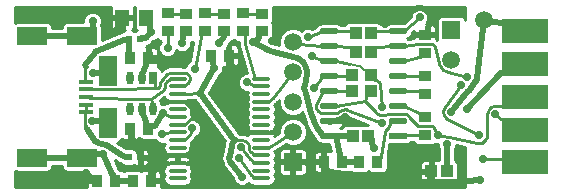
<source format=gbr>
G04 #@! TF.FileFunction,Copper,L1,Top,Signal*
%FSLAX46Y46*%
G04 Gerber Fmt 4.6, Leading zero omitted, Abs format (unit mm)*
G04 Created by KiCad (PCBNEW 4.0.0-rc1-stable) date 25.10.2015 0:42:20*
%MOMM*%
G01*
G04 APERTURE LIST*
%ADD10C,0.100000*%
%ADD11R,0.889000X1.016000*%
%ADD12R,1.143000X1.397000*%
%ADD13R,1.016000X0.889000*%
%ADD14O,1.600000X0.500000*%
%ADD15R,1.600000X0.500000*%
%ADD16O,1.500000X0.400000*%
%ADD17R,1.080000X1.000000*%
%ADD18R,1.000000X1.080000*%
%ADD19R,0.600000X0.600000*%
%ADD20R,0.900000X1.000000*%
%ADD21R,1.000000X0.900000*%
%ADD22R,2.500000X1.500000*%
%ADD23R,1.500000X2.500000*%
%ADD24R,1.250000X0.400000*%
%ADD25C,1.500000*%
%ADD26R,1.500000X1.500000*%
%ADD27R,0.635000X1.099820*%
%ADD28O,0.635000X1.099820*%
%ADD29R,4.000000X2.000000*%
%ADD30C,0.700000*%
%ADD31C,0.500000*%
%ADD32C,0.220000*%
%ADD33C,0.200000*%
%ADD34C,0.254000*%
G04 APERTURE END LIST*
D10*
D11*
X147438000Y-95600000D03*
X148962000Y-95600000D03*
X148762000Y-85200000D03*
X147238000Y-85200000D03*
X147238000Y-91200000D03*
X148762000Y-91200000D03*
X154038000Y-85000000D03*
X155562000Y-85000000D03*
D12*
X146584000Y-81800000D03*
X148616000Y-81800000D03*
D13*
X172208000Y-90178500D03*
X172208000Y-91702500D03*
X172208000Y-86703900D03*
X172208000Y-88227900D03*
D11*
X163638000Y-94000000D03*
X165162000Y-94000000D03*
X168162000Y-94000000D03*
X166638000Y-94000000D03*
D13*
X172200000Y-84762000D03*
X172200000Y-83238000D03*
X153600000Y-81438000D03*
X153600000Y-82962000D03*
X150400000Y-81438000D03*
X150400000Y-82962000D03*
X156800000Y-81438000D03*
X156800000Y-82962000D03*
D14*
X164100000Y-91810000D03*
X164100000Y-90540000D03*
X169900000Y-82920000D03*
D15*
X169900000Y-91800000D03*
D14*
X169900000Y-84190000D03*
X169900000Y-85460000D03*
X169900000Y-86730000D03*
X169900000Y-90540000D03*
X169900000Y-89270000D03*
X169900000Y-88000000D03*
X164100000Y-82920000D03*
X164100000Y-84190000D03*
X164100000Y-85460000D03*
X164100000Y-86730000D03*
X164100000Y-88000000D03*
X164100000Y-89270000D03*
D16*
X158350000Y-95400000D03*
X158350000Y-94750000D03*
X158350000Y-94100000D03*
X158350000Y-93450000D03*
X158350000Y-92800000D03*
X158350000Y-92150000D03*
X158350000Y-91500000D03*
X158350000Y-90850000D03*
X158350000Y-90200000D03*
X158350000Y-89550000D03*
X158350000Y-88900000D03*
X158350000Y-88250000D03*
X158350000Y-87600000D03*
X158350000Y-86950000D03*
X151250000Y-86950000D03*
X151250000Y-87600000D03*
X151250000Y-88250000D03*
X151250000Y-88900000D03*
X151250000Y-89550000D03*
X151250000Y-90200000D03*
X151250000Y-90850000D03*
X151250000Y-91500000D03*
X151250000Y-92150000D03*
X151250000Y-92800000D03*
X151250000Y-93450000D03*
X151250000Y-94100000D03*
X151250000Y-94750000D03*
X151250000Y-95400000D03*
D17*
X167668000Y-84665900D03*
X166348000Y-84665900D03*
X167668000Y-83065900D03*
X166348000Y-83065900D03*
D18*
X167600000Y-88001000D03*
X167600000Y-86681000D03*
X166000000Y-88001000D03*
X166000000Y-86681000D03*
D17*
X167400900Y-91788500D03*
X166080900Y-91788500D03*
X174041100Y-94782300D03*
X172721100Y-94782300D03*
D19*
X148100000Y-83600000D03*
X147100000Y-83600000D03*
X148100000Y-93600000D03*
X147100000Y-93600000D03*
D20*
X145950000Y-95600000D03*
X144450000Y-95600000D03*
D21*
X155200000Y-82950000D03*
X155200000Y-81450000D03*
X152000000Y-82950000D03*
X152000000Y-81450000D03*
X158400000Y-82950000D03*
X158400000Y-81450000D03*
D22*
X138950000Y-83350000D03*
X138950000Y-93650000D03*
X143150000Y-83350000D03*
X143150000Y-93650000D03*
D23*
X145350000Y-86300000D03*
X145350000Y-90700000D03*
D24*
X143475000Y-87200000D03*
X143475000Y-87850000D03*
X143475000Y-88500000D03*
X143475000Y-89150000D03*
X143475000Y-89800000D03*
D25*
X161000000Y-83840000D03*
D26*
X161000000Y-94000000D03*
D25*
X161000000Y-91460000D03*
X161000000Y-88920000D03*
X161000000Y-86380000D03*
X177210700Y-82027200D03*
D26*
X174400000Y-82800000D03*
D25*
X174400000Y-85340000D03*
D27*
X149149960Y-86899520D03*
D28*
X148200000Y-86899520D03*
X147250040Y-86899520D03*
X147250040Y-89500480D03*
X148200000Y-89500480D03*
X149149960Y-89500480D03*
D29*
X180700000Y-82960000D03*
X180700000Y-85730000D03*
X180700000Y-88500000D03*
X180700000Y-91270000D03*
X180700000Y-94040000D03*
D30*
X152710400Y-90062700D03*
X149956300Y-94003200D03*
X149742100Y-85582900D03*
X145895400Y-83035900D03*
X143470700Y-94950500D03*
X156633300Y-91450600D03*
X147474600Y-92256400D03*
X155975500Y-86073700D03*
X152543000Y-92905700D03*
X159270300Y-83807200D03*
X155021100Y-92618700D03*
X153800000Y-95000000D03*
X153324400Y-92163400D03*
X155700000Y-89700000D03*
X154392800Y-88018800D03*
X151754100Y-85779000D03*
X176847700Y-95566200D03*
X165392800Y-90243000D03*
X165224800Y-82185900D03*
X168845300Y-82290700D03*
X150023800Y-89875600D03*
X157609500Y-83867100D03*
X154759400Y-83958300D03*
X151622900Y-83945000D03*
X149036400Y-83039500D03*
X154357400Y-86043600D03*
X156727200Y-95248600D03*
X175730400Y-89525500D03*
X167890400Y-92836200D03*
X177092700Y-93759300D03*
X175250400Y-87517600D03*
X176760000Y-91755700D03*
X178149500Y-89951200D03*
X168559600Y-90722100D03*
X174058700Y-92530800D03*
X174412200Y-89750500D03*
X162786900Y-87708700D03*
X156452700Y-93671200D03*
X162615400Y-85000000D03*
X168544600Y-89361700D03*
X171792100Y-81756300D03*
X175782700Y-86780800D03*
X162313700Y-83433600D03*
X156627400Y-92782200D03*
X173266500Y-91727900D03*
X157123800Y-87275600D03*
X144049300Y-82050000D03*
X144950000Y-93355200D03*
X144049700Y-86451800D03*
X144040100Y-90548400D03*
X152738700Y-86102900D03*
X152476500Y-91175000D03*
X150398600Y-84365000D03*
X149972200Y-91681300D03*
D31*
X171443900Y-81035500D02*
X168845300Y-82290700D01*
X171575300Y-80972100D02*
X171443900Y-81035500D01*
X171865100Y-80946000D02*
X171575300Y-80972100D01*
X172145600Y-81023500D02*
X171865100Y-80946000D01*
X172380800Y-81194700D02*
X172145600Y-81023500D01*
X172541300Y-81439000D02*
X172380800Y-81194700D01*
X172605000Y-81722900D02*
X172541300Y-81439000D01*
X172584900Y-81867000D02*
X172605000Y-81722900D01*
X172460400Y-82758900D02*
X172584900Y-81867000D01*
X172458000Y-82785000D02*
X172458000Y-82793500D01*
X172459200Y-82767500D02*
X172458000Y-82785000D01*
X172460400Y-82758900D02*
X172459200Y-82767500D01*
X172458000Y-83043500D02*
X172458000Y-82793500D01*
X172200000Y-83238000D02*
X172458000Y-83043500D01*
X163832500Y-94258000D02*
X163638000Y-94000000D01*
X163832500Y-94508000D02*
X163832500Y-94258000D01*
X163927000Y-94719700D02*
X164003600Y-94745200D01*
X163832500Y-94588700D02*
X163927000Y-94719700D01*
X163832500Y-94508000D02*
X163832500Y-94588700D01*
X164575300Y-94935500D02*
X164003600Y-94745200D01*
X164646900Y-94953600D02*
X164671000Y-94956100D01*
X164598500Y-94943200D02*
X164646900Y-94953600D01*
X164575300Y-94935500D02*
X164598500Y-94943200D01*
X172134600Y-95730400D02*
X164671000Y-94956100D01*
X172169100Y-95732800D02*
X172181100Y-95732800D01*
X172146300Y-95731600D02*
X172169100Y-95732800D01*
X172134600Y-95730400D02*
X172146300Y-95731600D01*
X172431100Y-95732800D02*
X172181100Y-95732800D01*
X172432600Y-95732800D02*
X172431100Y-95732800D01*
X172584200Y-95732300D02*
X172432600Y-95732800D01*
X172584200Y-95032300D02*
X172721100Y-94782300D01*
X172584200Y-95282300D02*
X172584200Y-95032300D01*
X172584200Y-95732300D02*
X172584200Y-95282300D01*
X168340500Y-82135300D02*
X168845300Y-82290700D01*
X168241900Y-82115400D02*
X168208000Y-82115400D01*
X168308100Y-82125400D02*
X168241900Y-82115400D01*
X168340500Y-82135300D02*
X168308100Y-82125400D01*
X165808000Y-82115400D02*
X168208000Y-82115400D01*
X165765600Y-82117200D02*
X165751200Y-82119000D01*
X165793800Y-82115400D02*
X165765600Y-82117200D01*
X165808000Y-82115400D02*
X165793800Y-82115400D01*
X165224800Y-82185900D02*
X165751200Y-82119000D01*
X164650000Y-90540000D02*
X165392800Y-90243000D01*
X164100000Y-90540000D02*
X164650000Y-90540000D01*
X163443500Y-94000000D02*
X163638000Y-94000000D01*
X163193500Y-94000000D02*
X163443500Y-94000000D01*
X161750000Y-94000000D02*
X163193500Y-94000000D01*
X161500000Y-94000000D02*
X161750000Y-94000000D01*
X161000000Y-94000000D02*
X161500000Y-94000000D01*
X173010600Y-95732800D02*
X172584200Y-95732300D01*
X173011100Y-95732800D02*
X173010600Y-95732800D01*
X174581100Y-95732800D02*
X173011100Y-95732800D01*
X174606300Y-95732200D02*
X174614400Y-95731600D01*
X174589700Y-95732800D02*
X174606300Y-95732200D01*
X174581100Y-95732800D02*
X174589700Y-95732800D01*
X176847700Y-95566200D02*
X174614400Y-95731600D01*
X144250000Y-95350000D02*
X144450000Y-95600000D01*
X144000000Y-95350000D02*
X144250000Y-95350000D01*
X143952700Y-95350000D02*
X144000000Y-95350000D01*
X143864800Y-95315500D02*
X143952700Y-95350000D01*
X143830100Y-95283400D02*
X143864800Y-95315500D01*
X143470700Y-94950500D02*
X143830100Y-95283400D01*
D32*
X151800000Y-93450000D02*
X152543000Y-92905700D01*
X151250000Y-93450000D02*
X151800000Y-93450000D01*
D31*
X155776500Y-85605900D02*
X155975500Y-86073700D01*
X155766600Y-85582700D02*
X155776500Y-85605900D01*
X155756500Y-85533400D02*
X155766600Y-85582700D01*
X155756500Y-85508000D02*
X155756500Y-85533400D01*
X155756500Y-85258000D02*
X155756500Y-85508000D01*
X155562000Y-85000000D02*
X155756500Y-85258000D01*
X148956500Y-85458000D02*
X148762000Y-85200000D01*
X149206500Y-85458000D02*
X148956500Y-85458000D01*
X149221700Y-85458000D02*
X149206500Y-85458000D01*
X149251700Y-85461600D02*
X149221700Y-85458000D01*
X149266500Y-85465300D02*
X149251700Y-85461600D01*
X149742100Y-85582900D02*
X149266500Y-85465300D01*
X147433300Y-91727500D02*
X147474600Y-92256400D01*
X147432900Y-91722800D02*
X147433300Y-91727500D01*
X147432500Y-91712800D02*
X147432900Y-91722800D01*
X147432500Y-91708000D02*
X147432500Y-91712800D01*
X147432500Y-91458000D02*
X147432500Y-91708000D01*
X147238000Y-91200000D02*
X147432500Y-91458000D01*
D32*
X150483600Y-93532500D02*
X149956300Y-94003200D01*
X150528300Y-93492600D02*
X150483600Y-93532500D01*
X150640300Y-93450000D02*
X150528300Y-93492600D01*
X150700000Y-93450000D02*
X150640300Y-93450000D01*
X151250000Y-93450000D02*
X150700000Y-93450000D01*
X150700000Y-94100000D02*
X151250000Y-94100000D01*
X150689000Y-94100000D02*
X150700000Y-94100000D01*
X150667500Y-94098500D02*
X150689000Y-94100000D01*
X150656800Y-94097100D02*
X150667500Y-94098500D01*
X149956300Y-94003200D02*
X150656800Y-94097100D01*
X157800000Y-91500000D02*
X156633300Y-91450600D01*
X158350000Y-91500000D02*
X157800000Y-91500000D01*
X152143200Y-90577900D02*
X152710400Y-90062700D01*
X152116000Y-90600900D02*
X152143200Y-90577900D01*
X151800000Y-90850000D02*
X152116000Y-90600900D01*
X151250000Y-90850000D02*
X151800000Y-90850000D01*
D31*
X148015300Y-93173000D02*
X147474600Y-92256400D01*
X148032400Y-93201800D02*
X148015300Y-93173000D01*
X148050000Y-93266600D02*
X148032400Y-93201800D01*
X148050000Y-93300000D02*
X148050000Y-93266600D01*
X148050000Y-93550000D02*
X148050000Y-93300000D01*
X148100000Y-93600000D02*
X148050000Y-93550000D01*
X148150000Y-93650000D02*
X148100000Y-93600000D01*
X148400000Y-93650000D02*
X148150000Y-93650000D01*
X148414000Y-93650000D02*
X148400000Y-93650000D01*
X148442300Y-93653200D02*
X148414000Y-93650000D01*
X148456300Y-93656400D02*
X148442300Y-93653200D01*
X149956300Y-94003200D02*
X148456300Y-93656400D01*
X149156500Y-95342000D02*
X148962000Y-95600000D01*
X149156500Y-95092000D02*
X149156500Y-95342000D01*
X149156500Y-95049600D02*
X149156500Y-95092000D01*
X149184600Y-94969400D02*
X149156500Y-95049600D01*
X149211200Y-94936000D02*
X149184600Y-94969400D01*
X149956300Y-94003200D02*
X149211200Y-94936000D01*
D32*
X151800000Y-88900000D02*
X151250000Y-88900000D01*
X152116000Y-89149100D02*
X151800000Y-88900000D01*
X152151700Y-89177200D02*
X152116000Y-89149100D01*
X152212200Y-89245400D02*
X152151700Y-89177200D01*
X152235900Y-89284300D02*
X152212200Y-89245400D01*
X152710400Y-90062700D02*
X152235900Y-89284300D01*
D31*
X146262500Y-82248500D02*
X146584000Y-81800000D01*
X146262500Y-82498500D02*
X146262500Y-82248500D01*
X146262500Y-82541800D02*
X146262500Y-82498500D01*
X146233300Y-82623500D02*
X146262500Y-82541800D01*
X146205900Y-82656900D02*
X146233300Y-82623500D01*
X145895400Y-83035900D02*
X146205900Y-82656900D01*
X148567500Y-85458000D02*
X148762000Y-85200000D01*
X148567500Y-85708000D02*
X148567500Y-85458000D01*
X148567500Y-85732000D02*
X148567500Y-85708000D01*
X148558300Y-85779300D02*
X148567500Y-85732000D01*
X148549300Y-85801600D02*
X148558300Y-85779300D01*
X148200000Y-86667100D02*
X148549300Y-85801600D01*
X148200000Y-86899500D02*
X148200000Y-86667100D01*
X151754100Y-85779000D02*
X149742100Y-85582900D01*
X147050000Y-83650000D02*
X147100000Y-83600000D01*
X146800000Y-83650000D02*
X147050000Y-83650000D01*
X146725700Y-83660000D02*
X146702500Y-83669800D01*
X146775000Y-83650000D02*
X146725700Y-83660000D01*
X146800000Y-83650000D02*
X146775000Y-83650000D01*
X144424200Y-84635200D02*
X146702500Y-83669800D01*
X144282500Y-84725400D02*
X144247400Y-84769600D01*
X144372500Y-84657100D02*
X144282500Y-84725400D01*
X144424200Y-84635200D02*
X144372500Y-84657100D01*
X143427500Y-85800400D02*
X144247400Y-84769600D01*
X147150000Y-83650000D02*
X147100000Y-83600000D01*
X147150000Y-83900000D02*
X147150000Y-83650000D01*
X147150000Y-84692000D02*
X147150000Y-83900000D01*
X147150000Y-84942000D02*
X147150000Y-84692000D01*
X147238000Y-85200000D02*
X147150000Y-84942000D01*
D32*
X143389200Y-87110000D02*
X143475000Y-87200000D01*
X143389200Y-87000000D02*
X143389200Y-87110000D01*
X143389200Y-86451800D02*
X143389200Y-87000000D01*
X143389200Y-86386500D02*
X143389200Y-86451800D01*
X143402200Y-86206500D02*
X143389200Y-86386500D01*
X143427500Y-85800400D02*
X143402200Y-86206500D01*
X143406600Y-86135700D02*
X143296900Y-85850700D01*
X143406600Y-86135700D02*
X143550900Y-85866500D01*
D31*
X166443500Y-94000000D02*
X166638000Y-94000000D01*
X166193500Y-94000000D02*
X166443500Y-94000000D01*
X165606500Y-94000000D02*
X166193500Y-94000000D01*
X165356500Y-94000000D02*
X165606500Y-94000000D01*
X165162000Y-94000000D02*
X165356500Y-94000000D01*
X164967500Y-93742000D02*
X165162000Y-94000000D01*
X164967500Y-93492000D02*
X164967500Y-93742000D01*
X164965300Y-93456700D02*
X164963000Y-93445000D01*
X164967500Y-93480200D02*
X164965300Y-93456700D01*
X164967500Y-93492000D02*
X164967500Y-93480200D01*
X164650000Y-91810000D02*
X164963000Y-93445000D01*
X164100000Y-91810000D02*
X164650000Y-91810000D01*
X164650000Y-91810000D02*
X164100000Y-91810000D01*
X165540900Y-91810000D02*
X164650000Y-91810000D01*
X165790900Y-91810000D02*
X165540900Y-91810000D01*
X166080900Y-91788500D02*
X165790900Y-91810000D01*
X148941900Y-82545400D02*
X149036400Y-83039500D01*
X148939700Y-82533800D02*
X148941900Y-82545400D01*
X148937500Y-82510300D02*
X148939700Y-82533800D01*
X148937500Y-82498500D02*
X148937500Y-82510300D01*
X148937500Y-82248500D02*
X148937500Y-82498500D01*
X148616000Y-81800000D02*
X148937500Y-82248500D01*
D32*
X150700000Y-90200000D02*
X150023800Y-89875600D01*
X151250000Y-90200000D02*
X150700000Y-90200000D01*
D31*
X151750000Y-83150000D02*
X152000000Y-82950000D01*
X151750000Y-83400000D02*
X151750000Y-83150000D01*
X151750000Y-83415100D02*
X151750000Y-83400000D01*
X151746400Y-83445100D02*
X151750000Y-83415100D01*
X151742700Y-83459900D02*
X151746400Y-83445100D01*
X151622900Y-83945000D02*
X151742700Y-83459900D01*
X163550000Y-91810000D02*
X164100000Y-91810000D01*
X162965700Y-90926400D02*
X163550000Y-91810000D01*
X162941800Y-90890200D02*
X162965700Y-90926400D01*
X162903200Y-90812300D02*
X162941800Y-90890200D01*
X162889000Y-90771900D02*
X162903200Y-90812300D01*
X162492200Y-89641200D02*
X162889000Y-90771900D01*
X162469400Y-89568100D02*
X162492200Y-89641200D01*
X162015200Y-87921500D02*
X162469400Y-89568100D01*
X161990900Y-87833200D02*
X162015200Y-87921500D01*
X161983300Y-87650900D02*
X161990900Y-87833200D01*
X162000100Y-87561300D02*
X161983300Y-87650900D01*
X162180000Y-86601000D02*
X162000100Y-87561300D01*
X161545100Y-85287100D02*
X161328600Y-85225400D01*
X161902000Y-85556600D02*
X161545100Y-85287100D01*
X162138700Y-85938500D02*
X161902000Y-85556600D01*
X162221300Y-86380200D02*
X162138700Y-85938500D01*
X162180000Y-86601000D02*
X162221300Y-86380200D01*
X159051200Y-84577100D02*
X161328600Y-85225400D01*
X159015500Y-84567000D02*
X159051200Y-84577100D01*
X158945100Y-84539600D02*
X159015500Y-84567000D01*
X158911400Y-84522700D02*
X158945100Y-84539600D01*
X157653400Y-83891700D02*
X158911400Y-84522700D01*
X157641900Y-83886000D02*
X157653400Y-83891700D01*
X157620100Y-83873800D02*
X157641900Y-83886000D01*
X157609500Y-83867200D02*
X157620100Y-83873800D01*
X157609500Y-83867100D02*
X157609500Y-83867200D01*
X158150000Y-83150000D02*
X158400000Y-82950000D01*
X158150000Y-83400000D02*
X158150000Y-83150000D01*
X158150000Y-83465600D02*
X158150000Y-83400000D01*
X158085300Y-83580300D02*
X158150000Y-83465600D01*
X158029100Y-83614100D02*
X158085300Y-83580300D01*
X157609500Y-83867100D02*
X158029100Y-83614100D01*
X148572300Y-83481100D02*
X149036400Y-83039500D01*
X148537500Y-83514200D02*
X148572300Y-83481100D01*
X148448100Y-83550000D02*
X148537500Y-83514200D01*
X148400000Y-83550000D02*
X148448100Y-83550000D01*
X148150000Y-83550000D02*
X148400000Y-83550000D01*
X148100000Y-83600000D02*
X148150000Y-83550000D01*
X148200000Y-89732900D02*
X148200000Y-89500500D01*
X148549300Y-90598400D02*
X148200000Y-89732900D01*
X148558300Y-90620700D02*
X148549300Y-90598400D01*
X148567500Y-90667900D02*
X148558300Y-90620700D01*
X148567500Y-90692000D02*
X148567500Y-90667900D01*
X148567500Y-90942000D02*
X148567500Y-90692000D01*
X148762000Y-91200000D02*
X148567500Y-90942000D01*
X149417300Y-90826400D02*
X150023800Y-89875600D01*
X149382800Y-90880400D02*
X149417300Y-90826400D01*
X149270700Y-90942000D02*
X149382800Y-90880400D01*
X149206500Y-90942000D02*
X149270700Y-90942000D01*
X148956500Y-90942000D02*
X149206500Y-90942000D01*
X148762000Y-91200000D02*
X148956500Y-90942000D01*
X155213900Y-83400000D02*
X154759400Y-83958300D01*
X155213900Y-83150000D02*
X155213900Y-83400000D01*
X155200000Y-82950000D02*
X155213900Y-83150000D01*
X154357400Y-86043600D02*
X153138300Y-88181000D01*
X155838300Y-94184400D02*
X156727200Y-95248600D01*
X155721900Y-94044800D02*
X155838300Y-94184400D01*
X155632200Y-93693800D02*
X155721900Y-94044800D01*
X155667200Y-93516800D02*
X155632200Y-93693800D01*
X155841900Y-92627800D02*
X155667200Y-93516800D01*
X155853300Y-92570100D02*
X155841900Y-92627800D01*
X155892600Y-92459300D02*
X155853300Y-92570100D01*
X155920100Y-92407400D02*
X155892600Y-92459300D01*
X156056300Y-92150300D02*
X155920100Y-92407400D01*
X154239800Y-85568000D02*
X154357400Y-86043600D01*
X154236200Y-85553200D02*
X154239800Y-85568000D01*
X154232500Y-85523300D02*
X154236200Y-85553200D01*
X154232500Y-85508000D02*
X154232500Y-85523300D01*
X154232500Y-85258000D02*
X154232500Y-85508000D01*
X154038000Y-85000000D02*
X154232500Y-85258000D01*
X153138300Y-88181000D02*
X156056300Y-92150300D01*
D32*
X156593400Y-92122600D02*
X156056300Y-92150300D01*
X156725300Y-92115700D02*
X156593400Y-92122600D01*
X156974900Y-92205100D02*
X156725300Y-92115700D01*
X157170700Y-92383900D02*
X156974900Y-92205100D01*
X157282300Y-92624400D02*
X157170700Y-92383900D01*
X157287400Y-92756300D02*
X157282300Y-92624400D01*
X157289900Y-92820000D02*
X157287400Y-92756300D01*
X157395800Y-93131300D02*
X157484000Y-93200900D01*
X157294300Y-92932100D02*
X157395800Y-93131300D01*
X157289900Y-92820000D02*
X157294300Y-92932100D01*
X157800000Y-93450000D02*
X157484000Y-93200900D01*
X158350000Y-93450000D02*
X157800000Y-93450000D01*
X151800000Y-88250000D02*
X151250000Y-88250000D01*
X153138300Y-88181000D02*
X151800000Y-88250000D01*
X156391900Y-92133000D02*
X156121200Y-92274400D01*
X156391900Y-92133000D02*
X156108000Y-92020200D01*
X152802700Y-88198300D02*
X153073400Y-88056900D01*
X152802700Y-88198300D02*
X153086600Y-88311100D01*
X171810000Y-89844000D02*
X172208000Y-90178500D01*
X171700000Y-89844000D02*
X171810000Y-89844000D01*
X171687800Y-89844000D02*
X171700000Y-89844000D01*
X171664300Y-89838800D02*
X171687800Y-89844000D01*
X171653300Y-89833600D02*
X171664300Y-89838800D01*
X170450000Y-89270000D02*
X171653300Y-89833600D01*
X169900000Y-89270000D02*
X170450000Y-89270000D01*
X171810000Y-91751200D02*
X172208000Y-91702500D01*
X171700000Y-91751200D02*
X171810000Y-91751200D01*
X170700000Y-91751200D02*
X171700000Y-91751200D01*
X170590000Y-91751200D02*
X170700000Y-91751200D01*
X169900000Y-91800000D02*
X170590000Y-91751200D01*
X171810000Y-86730000D02*
X172208000Y-86703900D01*
X171700000Y-86730000D02*
X171810000Y-86730000D01*
X170450000Y-86730000D02*
X171700000Y-86730000D01*
X169900000Y-86730000D02*
X170450000Y-86730000D01*
X171810000Y-88000000D02*
X172208000Y-88227900D01*
X171700000Y-88000000D02*
X171810000Y-88000000D01*
X170450000Y-88000000D02*
X171700000Y-88000000D01*
X169900000Y-88000000D02*
X170450000Y-88000000D01*
X169350000Y-90540000D02*
X169900000Y-90540000D01*
X169169800Y-90974900D02*
X169350000Y-90540000D01*
X169143600Y-91038100D02*
X169169800Y-90974900D01*
X169067400Y-91150000D02*
X169143600Y-91038100D01*
X169018300Y-91197400D02*
X169067400Y-91150000D01*
X168884400Y-91326600D02*
X169018300Y-91197400D01*
X168800600Y-91453200D02*
X168792900Y-91504000D01*
X168847400Y-91362300D02*
X168800600Y-91453200D01*
X168884400Y-91326600D02*
X168847400Y-91362300D01*
X168497700Y-93475700D02*
X168792900Y-91504000D01*
X168496500Y-93487900D02*
X168496500Y-93492000D01*
X168497100Y-93479700D02*
X168496500Y-93487900D01*
X168497700Y-93475700D02*
X168497100Y-93479700D01*
X168496500Y-93602000D02*
X168496500Y-93492000D01*
X168162000Y-94000000D02*
X168496500Y-93602000D01*
X171802000Y-85096500D02*
X172200000Y-84762000D01*
X171692000Y-85096500D02*
X171802000Y-85096500D01*
X171668300Y-85098800D02*
X171660700Y-85101000D01*
X171684100Y-85096500D02*
X171668300Y-85098800D01*
X171692000Y-85096500D02*
X171684100Y-85096500D01*
X170450000Y-85460000D02*
X171660700Y-85101000D01*
X169900000Y-85460000D02*
X170450000Y-85460000D01*
D31*
X167690900Y-92038500D02*
X167400900Y-91788500D01*
X167690900Y-92288500D02*
X167690900Y-92038500D01*
X167699900Y-92359000D02*
X167708700Y-92381200D01*
X167690900Y-92312100D02*
X167699900Y-92359000D01*
X167690900Y-92288500D02*
X167690900Y-92312100D01*
X167890400Y-92836200D02*
X167708700Y-92381200D01*
X178517800Y-86558800D02*
X175730400Y-89525500D01*
X178553200Y-86521100D02*
X178517800Y-86558800D01*
X178648200Y-86480000D02*
X178553200Y-86521100D01*
X178700000Y-86480000D02*
X178648200Y-86480000D01*
X178950000Y-86480000D02*
X178700000Y-86480000D01*
X180700000Y-85730000D02*
X178950000Y-86480000D01*
D32*
X154810000Y-81444000D02*
X155200000Y-81450000D01*
X154700000Y-81444000D02*
X154810000Y-81444000D01*
X154108000Y-81444000D02*
X154700000Y-81444000D01*
X153998000Y-81444000D02*
X154108000Y-81444000D01*
X153600000Y-81438000D02*
X153998000Y-81444000D01*
X151610000Y-81444000D02*
X152000000Y-81450000D01*
X151500000Y-81444000D02*
X151610000Y-81444000D01*
X150908000Y-81444000D02*
X151500000Y-81444000D01*
X150798000Y-81444000D02*
X150908000Y-81444000D01*
X150400000Y-81438000D02*
X150798000Y-81444000D01*
X158010000Y-81444000D02*
X158400000Y-81450000D01*
X157900000Y-81444000D02*
X158010000Y-81444000D01*
X157308000Y-81444000D02*
X157900000Y-81444000D01*
X157198000Y-81444000D02*
X157308000Y-81444000D01*
X156800000Y-81438000D02*
X157198000Y-81444000D01*
X174100600Y-90332900D02*
X176760000Y-91755700D01*
X173973600Y-90264900D02*
X174100600Y-90332900D01*
X173799200Y-90035600D02*
X173973600Y-90264900D01*
X173736200Y-89753400D02*
X173799200Y-90035600D01*
X173796300Y-89471700D02*
X173736200Y-89753400D01*
X173882300Y-89356200D02*
X173796300Y-89471700D01*
X175250400Y-87517600D02*
X173882300Y-89356200D01*
X178810000Y-93759300D02*
X180700000Y-94040000D01*
X178700000Y-93759300D02*
X178810000Y-93759300D01*
X177092700Y-93759300D02*
X178700000Y-93759300D01*
X165624200Y-89624300D02*
X168559600Y-90722100D01*
X165162800Y-89604000D02*
X165030500Y-89690700D01*
X165476800Y-89569100D02*
X165162800Y-89604000D01*
X165624200Y-89624300D02*
X165476800Y-89569100D01*
X164957400Y-89738700D02*
X165030500Y-89690700D01*
X164888500Y-89783800D02*
X164957400Y-89738700D01*
X164731800Y-89830500D02*
X164888500Y-89783800D01*
X164650000Y-89830500D02*
X164731800Y-89830500D01*
X163550000Y-89830500D02*
X164650000Y-89830500D01*
X163405100Y-89830600D02*
X163550000Y-89830500D01*
X163150700Y-89689400D02*
X163405100Y-89830600D01*
X162997500Y-89443300D02*
X163150700Y-89689400D01*
X162983000Y-89152700D02*
X162997500Y-89443300D01*
X163047000Y-89022600D02*
X162983000Y-89152700D01*
X163550000Y-88000000D02*
X163047000Y-89022600D01*
X164100000Y-88000000D02*
X163550000Y-88000000D01*
X165610000Y-88000000D02*
X166000000Y-88001000D01*
X165500000Y-88000000D02*
X165610000Y-88000000D01*
X164650000Y-88000000D02*
X165500000Y-88000000D01*
X164100000Y-88000000D02*
X164650000Y-88000000D01*
X178810000Y-90380000D02*
X180700000Y-91270000D01*
X178700000Y-90380000D02*
X178810000Y-90380000D01*
X178680500Y-90380000D02*
X178700000Y-90380000D01*
X178644000Y-90366700D02*
X178680500Y-90380000D01*
X178629200Y-90354200D02*
X178644000Y-90366700D01*
X178149500Y-89951200D02*
X178629200Y-90354200D01*
D31*
X176576500Y-86884400D02*
X177210700Y-82027200D01*
X176563600Y-86983400D02*
X176576500Y-86884400D01*
X176490000Y-87168800D02*
X176563600Y-86983400D01*
X176431600Y-87249600D02*
X176490000Y-87168800D01*
X175899300Y-87986400D02*
X176431600Y-87249600D01*
X175890700Y-87998100D02*
X175899300Y-87986400D01*
X175871800Y-88022400D02*
X175890700Y-87998100D01*
X175861900Y-88034100D02*
X175871800Y-88022400D01*
X174412200Y-89750500D02*
X175861900Y-88034100D01*
X174058700Y-94282300D02*
X174058700Y-92530800D01*
X174058700Y-94532300D02*
X174058700Y-94282300D01*
X174041100Y-94782300D02*
X174058700Y-94532300D01*
X178669200Y-82208100D02*
X177210700Y-82027200D01*
X178692200Y-82210000D02*
X178700000Y-82210000D01*
X178677000Y-82209100D02*
X178692200Y-82210000D01*
X178669200Y-82208100D02*
X178677000Y-82209100D01*
X178950000Y-82210000D02*
X178700000Y-82210000D01*
X180700000Y-82960000D02*
X178950000Y-82210000D01*
D32*
X165610000Y-86730000D02*
X166000000Y-86681000D01*
X165500000Y-86730000D02*
X165610000Y-86730000D01*
X164650000Y-86730000D02*
X165500000Y-86730000D01*
X164100000Y-86730000D02*
X164650000Y-86730000D01*
X163550000Y-86730000D02*
X162786900Y-87708700D01*
X164100000Y-86730000D02*
X163550000Y-86730000D01*
X158900000Y-92800000D02*
X161000000Y-91460000D01*
X158350000Y-92800000D02*
X158900000Y-92800000D01*
D33*
X166559600Y-85847000D02*
X165858500Y-85704900D01*
X166600600Y-85855400D02*
X166559600Y-85847000D01*
X166674600Y-85893500D02*
X166600600Y-85855400D01*
X166705000Y-85922000D02*
X166674600Y-85893500D01*
X167024800Y-86221300D02*
X166705000Y-85922000D01*
X167079000Y-86251000D02*
X167100000Y-86251000D01*
X167040100Y-86235600D02*
X167079000Y-86251000D01*
X167024800Y-86221300D02*
X167040100Y-86235600D01*
X167200000Y-86251000D02*
X167100000Y-86251000D01*
X167600000Y-86681000D02*
X167200000Y-86251000D01*
D32*
X167990000Y-87111000D02*
X167600000Y-86681000D01*
X168100000Y-87111000D02*
X167990000Y-87111000D01*
X168116200Y-87111000D02*
X168100000Y-87111000D01*
X168147100Y-87120300D02*
X168116200Y-87111000D01*
X168160500Y-87129100D02*
X168147100Y-87120300D01*
X168270700Y-87201600D02*
X168160500Y-87129100D01*
X168331200Y-87241500D02*
X168270700Y-87201600D01*
X168404600Y-87366700D02*
X168331200Y-87241500D01*
X168409700Y-87439300D02*
X168404600Y-87366700D01*
X168544600Y-89361700D02*
X168409700Y-87439300D01*
X164650000Y-85460000D02*
X165858500Y-85704900D01*
X164100000Y-85460000D02*
X164650000Y-85460000D01*
X163550000Y-85460000D02*
X162615400Y-85000000D01*
X164100000Y-85460000D02*
X163550000Y-85460000D01*
X157273300Y-94877000D02*
X156452700Y-93671200D01*
X157280500Y-94887900D02*
X157273300Y-94877000D01*
X157372300Y-95028800D02*
X157280500Y-94887900D01*
X157451300Y-95125200D02*
X157484000Y-95150900D01*
X157395200Y-95063900D02*
X157451300Y-95125200D01*
X157372300Y-95028800D02*
X157395200Y-95063900D01*
X157800000Y-95400000D02*
X157484000Y-95150900D01*
X158350000Y-95400000D02*
X157800000Y-95400000D01*
X170450000Y-82920000D02*
X171792100Y-81756300D01*
X169900000Y-82920000D02*
X170450000Y-82920000D01*
X169350000Y-82920000D02*
X169900000Y-82920000D01*
X168887800Y-82949800D02*
X169350000Y-82920000D01*
X168845300Y-82951200D02*
X168887800Y-82949800D01*
X168208000Y-82951200D02*
X168845300Y-82951200D01*
X168098000Y-82951200D02*
X168208000Y-82951200D01*
X167668000Y-83065900D02*
X168098000Y-82951200D01*
X174141600Y-86368500D02*
X175782700Y-86780800D01*
X174003500Y-86333700D02*
X174141600Y-86368500D01*
X173756800Y-86195000D02*
X174003500Y-86333700D01*
X173555100Y-85996400D02*
X173756800Y-86195000D01*
X173411800Y-85750200D02*
X173555100Y-85996400D01*
X173375400Y-85613500D02*
X173411800Y-85750200D01*
X173008000Y-84237400D02*
X173375400Y-85613500D01*
X172813400Y-84007000D02*
X172708000Y-84007000D01*
X172980700Y-84135300D02*
X172813400Y-84007000D01*
X173008000Y-84237400D02*
X172980700Y-84135300D01*
X171692000Y-84007000D02*
X172708000Y-84007000D01*
X171657400Y-84008700D02*
X171645900Y-84010400D01*
X171680600Y-84007000D02*
X171657400Y-84008700D01*
X171692000Y-84007000D02*
X171680600Y-84007000D01*
X170450000Y-84190000D02*
X171645900Y-84010400D01*
X169900000Y-84190000D02*
X170450000Y-84190000D01*
X168098000Y-84275900D02*
X167668000Y-84665900D01*
X168208000Y-84275900D02*
X168098000Y-84275900D01*
X168216300Y-84275600D02*
X168208000Y-84275900D01*
X169350000Y-84190000D02*
X168216300Y-84275600D01*
X169900000Y-84190000D02*
X169350000Y-84190000D01*
X163550000Y-82920000D02*
X162313700Y-83433600D01*
X164100000Y-82920000D02*
X163550000Y-82920000D01*
X165918000Y-82920000D02*
X166348000Y-83065900D01*
X165808000Y-82920000D02*
X165918000Y-82920000D01*
X164650000Y-82920000D02*
X165808000Y-82920000D01*
X164100000Y-82920000D02*
X164650000Y-82920000D01*
X159303100Y-88563300D02*
X161000000Y-86380000D01*
X159283900Y-88587900D02*
X159303100Y-88563300D01*
X159240500Y-88631600D02*
X159283900Y-88587900D01*
X159216000Y-88650900D02*
X159240500Y-88631600D01*
X158900000Y-88900000D02*
X159216000Y-88650900D01*
X158350000Y-88900000D02*
X158900000Y-88900000D01*
X165918000Y-84275900D02*
X166348000Y-84665900D01*
X165808000Y-84275900D02*
X165918000Y-84275900D01*
X165799800Y-84275600D02*
X165808000Y-84275900D01*
X164650000Y-84190000D02*
X165799800Y-84275600D01*
X164100000Y-84190000D02*
X164650000Y-84190000D01*
X163550000Y-84190000D02*
X164100000Y-84190000D01*
X162263600Y-84092200D02*
X163550000Y-84190000D01*
X162243300Y-84090700D02*
X162263600Y-84092200D01*
X162202100Y-84084900D02*
X162243300Y-84090700D01*
X162181800Y-84080800D02*
X162202100Y-84084900D01*
X161000000Y-83840000D02*
X162181800Y-84080800D01*
X157800000Y-94100000D02*
X158350000Y-94100000D01*
X157484000Y-93850900D02*
X157800000Y-94100000D01*
X157464100Y-93835300D02*
X157484000Y-93850900D01*
X157427400Y-93800000D02*
X157464100Y-93835300D01*
X157410700Y-93780300D02*
X157427400Y-93800000D01*
X157090100Y-93402300D02*
X157410700Y-93780300D01*
X157052400Y-93354800D02*
X157090100Y-93402300D01*
X156627400Y-92782200D02*
X157052400Y-93354800D01*
X167205100Y-88573500D02*
X167119400Y-88850400D01*
X167210000Y-88549200D02*
X167210000Y-88541000D01*
X167207500Y-88565600D02*
X167210000Y-88549200D01*
X167205100Y-88573500D02*
X167207500Y-88565600D01*
X167210000Y-88431000D02*
X167210000Y-88541000D01*
X167600000Y-88001000D02*
X167210000Y-88431000D01*
X178810000Y-89290700D02*
X180700000Y-88500000D01*
X178700000Y-89290700D02*
X178810000Y-89290700D01*
X178149500Y-89290700D02*
X178700000Y-89290700D01*
X177494200Y-89798700D02*
X177489500Y-89926500D01*
X177599000Y-89564300D02*
X177494200Y-89798700D01*
X177784000Y-89386300D02*
X177599000Y-89564300D01*
X178021100Y-89290700D02*
X177784000Y-89386300D01*
X178149500Y-89290700D02*
X178021100Y-89290700D01*
X177420000Y-91780400D02*
X177489500Y-89926500D01*
X177414600Y-91926500D02*
X177420000Y-91780400D01*
X177281100Y-92187100D02*
X177414600Y-91926500D01*
X177051000Y-92366400D02*
X177281100Y-92187100D01*
X176765600Y-92432200D02*
X177051000Y-92366400D01*
X176622400Y-92401700D02*
X176765600Y-92432200D01*
X174196300Y-91884800D02*
X176622400Y-92401700D01*
X174196300Y-91884800D02*
X174168200Y-91879400D01*
X173266500Y-91727900D02*
X174168200Y-91879400D01*
X172999400Y-91131200D02*
X173266500Y-91727900D01*
X172811100Y-90948900D02*
X172720300Y-90947500D01*
X172962300Y-91048400D02*
X172811100Y-90948900D01*
X172999400Y-91131200D02*
X172962300Y-91048400D01*
X171695700Y-90933500D02*
X172720300Y-90947500D01*
X171631100Y-90932600D02*
X171695700Y-90933500D01*
X171513400Y-90879500D02*
X171631100Y-90932600D01*
X171469800Y-90831400D02*
X171513400Y-90879500D01*
X170865500Y-90163800D02*
X171469800Y-90831400D01*
X170568600Y-89979500D02*
X170450000Y-89979500D01*
X170785500Y-90075600D02*
X170568600Y-89979500D01*
X170865500Y-90163800D02*
X170785500Y-90075600D01*
X169350000Y-89979500D02*
X170450000Y-89979500D01*
X169350000Y-89979500D02*
X169319000Y-89980400D01*
X168581100Y-90021200D02*
X169319000Y-89980400D01*
X168438900Y-90029100D02*
X168581100Y-90021200D01*
X168172600Y-89925800D02*
X168438900Y-90029100D01*
X168072700Y-89823800D02*
X168172600Y-89925800D01*
X167119400Y-88850400D02*
X168072700Y-89823800D01*
X164650000Y-89270000D02*
X167119400Y-88850400D01*
X164100000Y-89270000D02*
X164650000Y-89270000D01*
X157800000Y-87600000D02*
X158350000Y-87600000D01*
X157123800Y-87275600D02*
X157800000Y-87600000D01*
X143990000Y-88590000D02*
X143475000Y-88500000D01*
X144100000Y-88590000D02*
X143990000Y-88590000D01*
X144101300Y-88590000D02*
X144100000Y-88590000D01*
X148207700Y-88640100D02*
X144101300Y-88590000D01*
X148220700Y-88640400D02*
X148207700Y-88640100D01*
X148975800Y-88665300D02*
X148220700Y-88640400D01*
X149150000Y-89268100D02*
X148975800Y-88665300D01*
X149150000Y-89500500D02*
X149150000Y-89268100D01*
X150700000Y-86950000D02*
X151250000Y-86950000D01*
X150384000Y-87199100D02*
X150700000Y-86950000D01*
X150207900Y-87432000D02*
X150194400Y-87529800D01*
X150306100Y-87260600D02*
X150207900Y-87432000D01*
X150384000Y-87199100D02*
X150306100Y-87260600D01*
X150191600Y-87549900D02*
X150194400Y-87529800D01*
X150170200Y-87703600D02*
X150191600Y-87549900D01*
X150006000Y-87967500D02*
X150170200Y-87703600D01*
X149877400Y-88054600D02*
X150006000Y-87967500D01*
X148975800Y-88665300D02*
X149877400Y-88054600D01*
X143990000Y-87860500D02*
X143475000Y-87850000D01*
X144100000Y-87860500D02*
X143990000Y-87860500D01*
X146100000Y-87860500D02*
X144100000Y-87860500D01*
X146109600Y-87860400D02*
X146100000Y-87860500D01*
X149357700Y-87759400D02*
X146109600Y-87860400D01*
X151800000Y-87600000D02*
X151250000Y-87600000D01*
X152116000Y-87350900D02*
X151800000Y-87600000D01*
X151963400Y-86439600D02*
X151800000Y-86439500D01*
X152228800Y-86628600D02*
X151963400Y-86439600D01*
X152335700Y-86936500D02*
X152228800Y-86628600D01*
X152244000Y-87250100D02*
X152335700Y-86936500D01*
X152116000Y-87350900D02*
X152244000Y-87250100D01*
X150700000Y-86439500D02*
X151800000Y-86439500D01*
X150383200Y-86534200D02*
X150310700Y-86619700D01*
X150587700Y-86439500D02*
X150383200Y-86534200D01*
X150700000Y-86439500D02*
X150587700Y-86439500D01*
X149990100Y-86997700D02*
X150310700Y-86619700D01*
X149796100Y-87340600D02*
X149777800Y-87471900D01*
X149904400Y-87098700D02*
X149796100Y-87340600D01*
X149990100Y-86997700D02*
X149904400Y-87098700D01*
X149775000Y-87492100D02*
X149777800Y-87471900D01*
X149759100Y-87607500D02*
X149775000Y-87492100D01*
X149582800Y-87760400D02*
X149759100Y-87607500D01*
X149466100Y-87759900D02*
X149582800Y-87760400D01*
X149357700Y-87759400D02*
X149466100Y-87759900D01*
X149353800Y-87712200D02*
X149357700Y-87759400D01*
X149348400Y-87647600D02*
X149353800Y-87712200D01*
X149349900Y-87520100D02*
X149348400Y-87647600D01*
X149356700Y-87456800D02*
X149349900Y-87520100D01*
X149357500Y-87449400D02*
X149356700Y-87456800D01*
X149357500Y-87339400D02*
X149357500Y-87449400D01*
X149150000Y-86899500D02*
X149357500Y-87339400D01*
D31*
X144229100Y-92205700D02*
X143566200Y-91244200D01*
X144399500Y-92360800D02*
X144473900Y-92382500D01*
X144273300Y-92269800D02*
X144399500Y-92360800D01*
X144229100Y-92205700D02*
X144273300Y-92269800D01*
X145174100Y-92586700D02*
X144473900Y-92382500D01*
X145229400Y-92602800D02*
X145174100Y-92586700D01*
X145335100Y-92651000D02*
X145229400Y-92602800D01*
X145384500Y-92682900D02*
X145335100Y-92651000D01*
X146664300Y-93510000D02*
X145384500Y-92682900D01*
X146764100Y-93550100D02*
X146800000Y-93550000D01*
X146694600Y-93529600D02*
X146764100Y-93550100D01*
X146664300Y-93510000D02*
X146694600Y-93529600D01*
X147050000Y-93550000D02*
X146800000Y-93550000D01*
X147100000Y-93600000D02*
X147050000Y-93550000D01*
D32*
X143475000Y-89710000D02*
X143475000Y-89800000D01*
X143475000Y-89600000D02*
X143475000Y-89710000D01*
X143475000Y-89350000D02*
X143475000Y-89600000D01*
X143475000Y-89240000D02*
X143475000Y-89350000D01*
X143475000Y-89150000D02*
X143475000Y-89240000D01*
X143389800Y-90807900D02*
X143566200Y-91244200D01*
X143390300Y-90734700D02*
X143389800Y-90807900D01*
X143379600Y-90612000D02*
X143390300Y-90734700D01*
X143379600Y-90548400D02*
X143379600Y-90612000D01*
X143379600Y-90000000D02*
X143379600Y-90548400D01*
X143379600Y-89890000D02*
X143379600Y-90000000D01*
X143475000Y-89800000D02*
X143379600Y-89890000D01*
X143440300Y-90932700D02*
X143662300Y-91142400D01*
X143440300Y-90932700D02*
X143426300Y-91237800D01*
D31*
X144850000Y-86451800D02*
X145350000Y-86300000D01*
X144600000Y-86451800D02*
X144850000Y-86451800D01*
X144049700Y-86451800D02*
X144600000Y-86451800D01*
X142150000Y-83350000D02*
X143150000Y-83350000D01*
X141900000Y-83350000D02*
X142150000Y-83350000D01*
X140200000Y-83350000D02*
X141900000Y-83350000D01*
X139950000Y-83350000D02*
X140200000Y-83350000D01*
X138950000Y-83350000D02*
X139950000Y-83350000D01*
X145725900Y-94993000D02*
X144950000Y-93355200D01*
X145737800Y-95018100D02*
X145725900Y-94993000D01*
X145750000Y-95072400D02*
X145737800Y-95018100D01*
X145750000Y-95100000D02*
X145750000Y-95072400D01*
X145750000Y-95350000D02*
X145750000Y-95100000D01*
X145950000Y-95600000D02*
X145750000Y-95350000D01*
X142150000Y-93650000D02*
X143150000Y-93650000D01*
X141900000Y-93650000D02*
X142150000Y-93650000D01*
X140200000Y-93650000D02*
X141900000Y-93650000D01*
X139950000Y-93650000D02*
X140200000Y-93650000D01*
X138950000Y-93650000D02*
X139950000Y-93650000D01*
X147243500Y-95600000D02*
X147438000Y-95600000D01*
X146993500Y-95600000D02*
X147243500Y-95600000D01*
X146400000Y-95600000D02*
X146993500Y-95600000D01*
X146150000Y-95600000D02*
X146400000Y-95600000D01*
X145950000Y-95600000D02*
X146150000Y-95600000D01*
X144600000Y-90548400D02*
X144040100Y-90548400D01*
X144850000Y-90548400D02*
X144600000Y-90548400D01*
X145350000Y-90700000D02*
X144850000Y-90548400D01*
X144049300Y-82850000D02*
X143150000Y-83350000D01*
X144049300Y-82600000D02*
X144049300Y-82850000D01*
X144049300Y-82050000D02*
X144049300Y-82600000D01*
X144150000Y-93355200D02*
X143150000Y-93650000D01*
X144400000Y-93355200D02*
X144150000Y-93355200D01*
X144950000Y-93355200D02*
X144400000Y-93355200D01*
D32*
X151800000Y-92150000D02*
X151250000Y-92150000D01*
X152116000Y-91900900D02*
X151800000Y-92150000D01*
X152250200Y-91750100D02*
X152275000Y-91686900D01*
X152169500Y-91858700D02*
X152250200Y-91750100D01*
X152116000Y-91900900D02*
X152169500Y-91858700D01*
X152476500Y-91175000D02*
X152275000Y-91686900D01*
X153202000Y-83296500D02*
X153600000Y-82962000D01*
X153202000Y-83406500D02*
X153202000Y-83296500D01*
X153202000Y-83411300D02*
X153202000Y-83406500D01*
X153201200Y-83420700D02*
X153202000Y-83411300D01*
X153200400Y-83425200D02*
X153201200Y-83420700D01*
X152738700Y-86102900D02*
X153200400Y-83425200D01*
X150398600Y-83406500D02*
X150398600Y-84365000D01*
X150398600Y-83296500D02*
X150398600Y-83406500D01*
X150400000Y-82962000D02*
X150398600Y-83296500D01*
X150700000Y-91500000D02*
X151250000Y-91500000D01*
X149972200Y-91681300D02*
X150700000Y-91500000D01*
X157800000Y-86950000D02*
X158350000Y-86950000D01*
X156974200Y-84047900D02*
X157800000Y-86950000D01*
X156961600Y-84003600D02*
X156974200Y-84047900D01*
X156949000Y-83913300D02*
X156961600Y-84003600D01*
X156949000Y-83867100D02*
X156949000Y-83913300D01*
X156949000Y-83406500D02*
X156949000Y-83867100D01*
X156949000Y-83296500D02*
X156949000Y-83406500D01*
X156800000Y-82962000D02*
X156949000Y-83296500D01*
D34*
G36*
X141464635Y-94400000D02*
X141494409Y-94558237D01*
X141587927Y-94703567D01*
X141730619Y-94801064D01*
X141900000Y-94835365D01*
X143660766Y-94835365D01*
X143638007Y-94858124D01*
X143573000Y-95015064D01*
X143573000Y-95366250D01*
X143679750Y-95473000D01*
X144323000Y-95473000D01*
X144323000Y-95453000D01*
X144577000Y-95453000D01*
X144577000Y-95473000D01*
X144597000Y-95473000D01*
X144597000Y-95727000D01*
X144577000Y-95727000D01*
X144577000Y-95747000D01*
X144323000Y-95747000D01*
X144323000Y-95727000D01*
X143679750Y-95727000D01*
X143573000Y-95833750D01*
X143573000Y-96123000D01*
X137477000Y-96123000D01*
X137477000Y-94764428D01*
X137530619Y-94801064D01*
X137700000Y-94835365D01*
X140200000Y-94835365D01*
X140358237Y-94805591D01*
X140503567Y-94712073D01*
X140601064Y-94569381D01*
X140635365Y-94400000D01*
X140635365Y-94327000D01*
X141464635Y-94327000D01*
X141464635Y-94400000D01*
X141464635Y-94400000D01*
G37*
X141464635Y-94400000D02*
X141494409Y-94558237D01*
X141587927Y-94703567D01*
X141730619Y-94801064D01*
X141900000Y-94835365D01*
X143660766Y-94835365D01*
X143638007Y-94858124D01*
X143573000Y-95015064D01*
X143573000Y-95366250D01*
X143679750Y-95473000D01*
X144323000Y-95473000D01*
X144323000Y-95453000D01*
X144577000Y-95453000D01*
X144577000Y-95473000D01*
X144597000Y-95473000D01*
X144597000Y-95727000D01*
X144577000Y-95727000D01*
X144577000Y-95747000D01*
X144323000Y-95747000D01*
X144323000Y-95727000D01*
X143679750Y-95727000D01*
X143573000Y-95833750D01*
X143573000Y-96123000D01*
X137477000Y-96123000D01*
X137477000Y-94764428D01*
X137530619Y-94801064D01*
X137700000Y-94835365D01*
X140200000Y-94835365D01*
X140358237Y-94805591D01*
X140503567Y-94712073D01*
X140601064Y-94569381D01*
X140635365Y-94400000D01*
X140635365Y-94327000D01*
X141464635Y-94327000D01*
X141464635Y-94400000D01*
G36*
X156122619Y-83807564D02*
X156292000Y-83841865D01*
X156412000Y-83841865D01*
X156412000Y-83913300D01*
X156419316Y-83950078D01*
X156417153Y-83987511D01*
X156429753Y-84077811D01*
X156442065Y-84113179D01*
X156445086Y-84150509D01*
X156457686Y-84194809D01*
X156457700Y-84194837D01*
X156457703Y-84194870D01*
X157113233Y-86498591D01*
X156969923Y-86498466D01*
X156684240Y-86616508D01*
X156465476Y-86834890D01*
X156346935Y-87120367D01*
X156346666Y-87429477D01*
X156464708Y-87715160D01*
X156683090Y-87933924D01*
X156968567Y-88052465D01*
X157189195Y-88052657D01*
X157149941Y-88250000D01*
X157197669Y-88489943D01*
X157254502Y-88575000D01*
X157197669Y-88660057D01*
X157149941Y-88900000D01*
X157197669Y-89139943D01*
X157254502Y-89225000D01*
X157197669Y-89310057D01*
X157149941Y-89550000D01*
X157197669Y-89789943D01*
X157254502Y-89875000D01*
X157197669Y-89960057D01*
X157149941Y-90200000D01*
X157197669Y-90439943D01*
X157254502Y-90525000D01*
X157197669Y-90610057D01*
X157149941Y-90850000D01*
X157197669Y-91089943D01*
X157255150Y-91175970D01*
X157204290Y-91304402D01*
X157289451Y-91400000D01*
X157493189Y-91400000D01*
X157536998Y-91429272D01*
X157776941Y-91477000D01*
X158923059Y-91477000D01*
X159163002Y-91429272D01*
X159206811Y-91400000D01*
X159410549Y-91400000D01*
X159495710Y-91304402D01*
X159444850Y-91175970D01*
X159502331Y-91089943D01*
X159550059Y-90850000D01*
X159502331Y-90610057D01*
X159445498Y-90525000D01*
X159502331Y-90439943D01*
X159550059Y-90200000D01*
X159502331Y-89960057D01*
X159445498Y-89875000D01*
X159502331Y-89789943D01*
X159550059Y-89550000D01*
X159502331Y-89310057D01*
X159445498Y-89225000D01*
X159502331Y-89139943D01*
X159509637Y-89103214D01*
X159548441Y-89072625D01*
X159548442Y-89072623D01*
X159572802Y-89053434D01*
X159594200Y-89028398D01*
X159621522Y-89010006D01*
X159664922Y-88966306D01*
X159682771Y-88939393D01*
X159707226Y-88918300D01*
X159726426Y-88893700D01*
X159726677Y-88893202D01*
X159727097Y-88892838D01*
X159823131Y-88769276D01*
X159822796Y-89153093D01*
X160001606Y-89585846D01*
X160332412Y-89917230D01*
X160764853Y-90096795D01*
X161233093Y-90097204D01*
X161665846Y-89918394D01*
X161822311Y-89762202D01*
X161823107Y-89769680D01*
X161845907Y-89842780D01*
X161851692Y-89853403D01*
X161853394Y-89865378D01*
X162250194Y-90996078D01*
X162250280Y-90996223D01*
X162250304Y-90996392D01*
X162264504Y-91036792D01*
X162285726Y-91072654D01*
X162296587Y-91112881D01*
X162335187Y-91190781D01*
X162360911Y-91224173D01*
X162376827Y-91263207D01*
X162400727Y-91299407D01*
X162400905Y-91299587D01*
X162401000Y-91299820D01*
X162896541Y-92049196D01*
X162900496Y-92069077D01*
X163047251Y-92288711D01*
X163266885Y-92435466D01*
X163376389Y-92457248D01*
X163414745Y-92473351D01*
X163458395Y-92473560D01*
X163525962Y-92487000D01*
X164090309Y-92487000D01*
X164203847Y-93080082D01*
X164167435Y-93065000D01*
X163871750Y-93065000D01*
X163765000Y-93171750D01*
X163765000Y-93873000D01*
X163785000Y-93873000D01*
X163785000Y-94127000D01*
X163765000Y-94127000D01*
X163765000Y-94828250D01*
X163871750Y-94935000D01*
X164167435Y-94935000D01*
X164324376Y-94869993D01*
X164396568Y-94797801D01*
X164405427Y-94811567D01*
X164548119Y-94909064D01*
X164717500Y-94943365D01*
X165606500Y-94943365D01*
X165764737Y-94913591D01*
X165901729Y-94825439D01*
X166024119Y-94909064D01*
X166193500Y-94943365D01*
X167082500Y-94943365D01*
X167240737Y-94913591D01*
X167386067Y-94820073D01*
X167398856Y-94801356D01*
X167405427Y-94811567D01*
X167548119Y-94909064D01*
X167717500Y-94943365D01*
X168606500Y-94943365D01*
X168764737Y-94913591D01*
X168910067Y-94820073D01*
X169007564Y-94677381D01*
X169041865Y-94508000D01*
X169041865Y-94197364D01*
X171754100Y-94197364D01*
X171754100Y-94548550D01*
X171860850Y-94655300D01*
X172594100Y-94655300D01*
X172594100Y-93962050D01*
X172487350Y-93855300D01*
X172096165Y-93855300D01*
X171939224Y-93920307D01*
X171819107Y-94040424D01*
X171754100Y-94197364D01*
X169041865Y-94197364D01*
X169041865Y-93492000D01*
X169039849Y-93481287D01*
X169188957Y-92485365D01*
X170700000Y-92485365D01*
X170858237Y-92455591D01*
X171003567Y-92362073D01*
X171054042Y-92288200D01*
X171291203Y-92288200D01*
X171294409Y-92305237D01*
X171387927Y-92450567D01*
X171530619Y-92548064D01*
X171700000Y-92582365D01*
X172716000Y-92582365D01*
X172874237Y-92552591D01*
X173012375Y-92463701D01*
X173111267Y-92504765D01*
X173281722Y-92504913D01*
X173281566Y-92684677D01*
X173381700Y-92927019D01*
X173381700Y-93869401D01*
X173380585Y-93869611D01*
X173346035Y-93855300D01*
X172954850Y-93855300D01*
X172848100Y-93962050D01*
X172848100Y-94655300D01*
X172868100Y-94655300D01*
X172868100Y-94909300D01*
X172848100Y-94909300D01*
X172848100Y-95602550D01*
X172954850Y-95709300D01*
X173346035Y-95709300D01*
X173383389Y-95693828D01*
X173501100Y-95717665D01*
X174581100Y-95717665D01*
X174739337Y-95687891D01*
X174884667Y-95594373D01*
X174982164Y-95451681D01*
X175016465Y-95282300D01*
X175016465Y-94282300D01*
X174986691Y-94124063D01*
X174893173Y-93978733D01*
X174750481Y-93881236D01*
X174735700Y-93878243D01*
X174735700Y-92926533D01*
X174835565Y-92686033D01*
X174835666Y-92570075D01*
X175573000Y-92727170D01*
X175573000Y-96123000D01*
X149833500Y-96123000D01*
X149833500Y-95833750D01*
X149726750Y-95727000D01*
X149089000Y-95727000D01*
X149089000Y-95747000D01*
X148835000Y-95747000D01*
X148835000Y-95727000D01*
X148815000Y-95727000D01*
X148815000Y-95473000D01*
X148835000Y-95473000D01*
X148835000Y-94771750D01*
X149089000Y-94771750D01*
X149089000Y-95473000D01*
X149726750Y-95473000D01*
X149833500Y-95366250D01*
X149833500Y-95007064D01*
X149768493Y-94850124D01*
X149668369Y-94750000D01*
X150049941Y-94750000D01*
X150097669Y-94989943D01*
X150154502Y-95075000D01*
X150097669Y-95160057D01*
X150049941Y-95400000D01*
X150097669Y-95639943D01*
X150233585Y-95843356D01*
X150436998Y-95979272D01*
X150676941Y-96027000D01*
X151823059Y-96027000D01*
X152063002Y-95979272D01*
X152266415Y-95843356D01*
X152402331Y-95639943D01*
X152450059Y-95400000D01*
X152402331Y-95160057D01*
X152345498Y-95075000D01*
X152402331Y-94989943D01*
X152450059Y-94750000D01*
X152402331Y-94510057D01*
X152344850Y-94424030D01*
X152395710Y-94295598D01*
X152310549Y-94200000D01*
X152106811Y-94200000D01*
X152063002Y-94170728D01*
X151823059Y-94123000D01*
X150676941Y-94123000D01*
X150436998Y-94170728D01*
X150393189Y-94200000D01*
X150189451Y-94200000D01*
X150104290Y-94295598D01*
X150155150Y-94424030D01*
X150097669Y-94510057D01*
X150049941Y-94750000D01*
X149668369Y-94750000D01*
X149648376Y-94730007D01*
X149491435Y-94665000D01*
X149195750Y-94665000D01*
X149089000Y-94771750D01*
X148835000Y-94771750D01*
X148728250Y-94665000D01*
X148432565Y-94665000D01*
X148275624Y-94730007D01*
X148203432Y-94802199D01*
X148194573Y-94788433D01*
X148051881Y-94690936D01*
X147882500Y-94656635D01*
X146993500Y-94656635D01*
X146835263Y-94686409D01*
X146689933Y-94779927D01*
X146689291Y-94780867D01*
X146569381Y-94698936D01*
X146400000Y-94664635D01*
X146319467Y-94664635D01*
X145929308Y-93841071D01*
X146296834Y-94078593D01*
X146296837Y-94078594D01*
X146326897Y-94098039D01*
X146417115Y-94133845D01*
X146456287Y-94154397D01*
X146487927Y-94203567D01*
X146630619Y-94301064D01*
X146800000Y-94335365D01*
X147400000Y-94335365D01*
X147558237Y-94305591D01*
X147599412Y-94279095D01*
X147715065Y-94327000D01*
X147866250Y-94327000D01*
X147973000Y-94220250D01*
X147973000Y-93727000D01*
X148227000Y-93727000D01*
X148227000Y-94220250D01*
X148333750Y-94327000D01*
X148484935Y-94327000D01*
X148641876Y-94261993D01*
X148761993Y-94141876D01*
X148827000Y-93984936D01*
X148827000Y-93833750D01*
X148720250Y-93727000D01*
X148227000Y-93727000D01*
X147973000Y-93727000D01*
X147953000Y-93727000D01*
X147953000Y-93645598D01*
X150104290Y-93645598D01*
X150155534Y-93775000D01*
X150104290Y-93904402D01*
X150189451Y-94000000D01*
X150388929Y-94000000D01*
X150573000Y-94077000D01*
X151123000Y-94077000D01*
X151123000Y-93473000D01*
X151377000Y-93473000D01*
X151377000Y-94077000D01*
X151927000Y-94077000D01*
X152111071Y-94000000D01*
X152310549Y-94000000D01*
X152395710Y-93904402D01*
X152344466Y-93775000D01*
X152395710Y-93645598D01*
X152310549Y-93550000D01*
X152111071Y-93550000D01*
X151927000Y-93473000D01*
X151377000Y-93473000D01*
X151123000Y-93473000D01*
X150573000Y-93473000D01*
X150388929Y-93550000D01*
X150189451Y-93550000D01*
X150104290Y-93645598D01*
X147953000Y-93645598D01*
X147953000Y-93473000D01*
X147973000Y-93473000D01*
X147973000Y-92979750D01*
X148227000Y-92979750D01*
X148227000Y-93473000D01*
X148720250Y-93473000D01*
X148827000Y-93366250D01*
X148827000Y-93215064D01*
X148761993Y-93058124D01*
X148641876Y-92938007D01*
X148484935Y-92873000D01*
X148333750Y-92873000D01*
X148227000Y-92979750D01*
X147973000Y-92979750D01*
X147866250Y-92873000D01*
X147715065Y-92873000D01*
X147600733Y-92920358D01*
X147569381Y-92898936D01*
X147400000Y-92864635D01*
X146912974Y-92864635D01*
X146155287Y-92374962D01*
X146258237Y-92355591D01*
X146403567Y-92262073D01*
X146501064Y-92119381D01*
X146517896Y-92036265D01*
X146551624Y-92069993D01*
X146708565Y-92135000D01*
X147004250Y-92135000D01*
X147111000Y-92028250D01*
X147111000Y-91327000D01*
X147091000Y-91327000D01*
X147091000Y-91073000D01*
X147111000Y-91073000D01*
X147111000Y-91053000D01*
X147365000Y-91053000D01*
X147365000Y-91073000D01*
X147385000Y-91073000D01*
X147385000Y-91327000D01*
X147365000Y-91327000D01*
X147365000Y-92028250D01*
X147471750Y-92135000D01*
X147767435Y-92135000D01*
X147924376Y-92069993D01*
X147996568Y-91997801D01*
X148005427Y-92011567D01*
X148148119Y-92109064D01*
X148317500Y-92143365D01*
X149206500Y-92143365D01*
X149315163Y-92122919D01*
X149531490Y-92339624D01*
X149816967Y-92458165D01*
X150126077Y-92458434D01*
X150139678Y-92452814D01*
X150154502Y-92475000D01*
X150097669Y-92560057D01*
X150049941Y-92800000D01*
X150097669Y-93039943D01*
X150155150Y-93125970D01*
X150104290Y-93254402D01*
X150189451Y-93350000D01*
X150393189Y-93350000D01*
X150436998Y-93379272D01*
X150676941Y-93427000D01*
X151823059Y-93427000D01*
X152063002Y-93379272D01*
X152106811Y-93350000D01*
X152310549Y-93350000D01*
X152395710Y-93254402D01*
X152344850Y-93125970D01*
X152402331Y-93039943D01*
X152450059Y-92800000D01*
X152402331Y-92560057D01*
X152345498Y-92475000D01*
X152402331Y-92389943D01*
X152409637Y-92353214D01*
X152448441Y-92322625D01*
X152448496Y-92322561D01*
X152448570Y-92322523D01*
X152502070Y-92280323D01*
X152548027Y-92226484D01*
X152600525Y-92178992D01*
X152681224Y-92070392D01*
X152711693Y-92006126D01*
X152750090Y-91946260D01*
X152770506Y-91894234D01*
X152916060Y-91834092D01*
X153134824Y-91615710D01*
X153253365Y-91330233D01*
X153253634Y-91021123D01*
X153135592Y-90735440D01*
X152917210Y-90516676D01*
X152631733Y-90398135D01*
X152410685Y-90397943D01*
X152450059Y-90200000D01*
X152402331Y-89960057D01*
X152345498Y-89875000D01*
X152402331Y-89789943D01*
X152450059Y-89550000D01*
X152402331Y-89310057D01*
X152344850Y-89224030D01*
X152395710Y-89095598D01*
X152310549Y-89000000D01*
X152106811Y-89000000D01*
X152063002Y-88970728D01*
X151823059Y-88923000D01*
X150676941Y-88923000D01*
X150436998Y-88970728D01*
X150393189Y-89000000D01*
X150189451Y-89000000D01*
X150104290Y-89095598D01*
X150105507Y-89098671D01*
X149869923Y-89098466D01*
X149864940Y-89100525D01*
X149837788Y-88964023D01*
X149730151Y-88802933D01*
X150127132Y-88534038D01*
X150155150Y-88575970D01*
X150104290Y-88704402D01*
X150189451Y-88800000D01*
X150393189Y-88800000D01*
X150436998Y-88829272D01*
X150676941Y-88877000D01*
X151823059Y-88877000D01*
X152063002Y-88829272D01*
X152106811Y-88800000D01*
X152310549Y-88800000D01*
X152346599Y-88759532D01*
X152709592Y-88740817D01*
X155264522Y-92216240D01*
X155254547Y-92232987D01*
X155215247Y-92343787D01*
X155208092Y-92392955D01*
X155189139Y-92438880D01*
X155177739Y-92496579D01*
X155177739Y-92496930D01*
X155177605Y-92497257D01*
X155002910Y-93386234D01*
X154968060Y-93562473D01*
X154968080Y-93580578D01*
X154962062Y-93597654D01*
X154968229Y-93712059D01*
X154968358Y-93826625D01*
X154975305Y-93843344D01*
X154976280Y-93861424D01*
X155065980Y-94212424D01*
X155073710Y-94228568D01*
X155075603Y-94246367D01*
X155130494Y-94347163D01*
X155180056Y-94450674D01*
X155193375Y-94462631D01*
X155201936Y-94478351D01*
X155318336Y-94617951D01*
X155318568Y-94618139D01*
X155318711Y-94618400D01*
X155950091Y-95374294D01*
X155950066Y-95402477D01*
X156068108Y-95688160D01*
X156286490Y-95906924D01*
X156571967Y-96025465D01*
X156881077Y-96025734D01*
X157166760Y-95907692D01*
X157292622Y-95782050D01*
X157333585Y-95843356D01*
X157536998Y-95979272D01*
X157776941Y-96027000D01*
X158923059Y-96027000D01*
X159163002Y-95979272D01*
X159366415Y-95843356D01*
X159502331Y-95639943D01*
X159550059Y-95400000D01*
X159502331Y-95160057D01*
X159445498Y-95075000D01*
X159502331Y-94989943D01*
X159550059Y-94750000D01*
X159502331Y-94510057D01*
X159445498Y-94425000D01*
X159502331Y-94339943D01*
X159523454Y-94233750D01*
X159823000Y-94233750D01*
X159823000Y-94834935D01*
X159888007Y-94991876D01*
X160008124Y-95111993D01*
X160165064Y-95177000D01*
X160766250Y-95177000D01*
X160873000Y-95070250D01*
X160873000Y-94127000D01*
X161127000Y-94127000D01*
X161127000Y-95070250D01*
X161233750Y-95177000D01*
X161834936Y-95177000D01*
X161991876Y-95111993D01*
X162087819Y-95016050D01*
X171754100Y-95016050D01*
X171754100Y-95367236D01*
X171819107Y-95524176D01*
X171939224Y-95644293D01*
X172096165Y-95709300D01*
X172487350Y-95709300D01*
X172594100Y-95602550D01*
X172594100Y-94909300D01*
X171860850Y-94909300D01*
X171754100Y-95016050D01*
X162087819Y-95016050D01*
X162111993Y-94991876D01*
X162177000Y-94834935D01*
X162177000Y-94233750D01*
X162766500Y-94233750D01*
X162766500Y-94592936D01*
X162831507Y-94749876D01*
X162951624Y-94869993D01*
X163108565Y-94935000D01*
X163404250Y-94935000D01*
X163511000Y-94828250D01*
X163511000Y-94127000D01*
X162873250Y-94127000D01*
X162766500Y-94233750D01*
X162177000Y-94233750D01*
X162070250Y-94127000D01*
X161127000Y-94127000D01*
X160873000Y-94127000D01*
X159929750Y-94127000D01*
X159823000Y-94233750D01*
X159523454Y-94233750D01*
X159550059Y-94100000D01*
X159502331Y-93860057D01*
X159445498Y-93775000D01*
X159502331Y-93689943D01*
X159550059Y-93450000D01*
X159502331Y-93210057D01*
X159472269Y-93165065D01*
X159823000Y-93165065D01*
X159823000Y-93766250D01*
X159929750Y-93873000D01*
X160873000Y-93873000D01*
X160873000Y-92929750D01*
X161127000Y-92929750D01*
X161127000Y-93873000D01*
X162070250Y-93873000D01*
X162177000Y-93766250D01*
X162177000Y-93407064D01*
X162766500Y-93407064D01*
X162766500Y-93766250D01*
X162873250Y-93873000D01*
X163511000Y-93873000D01*
X163511000Y-93171750D01*
X163404250Y-93065000D01*
X163108565Y-93065000D01*
X162951624Y-93130007D01*
X162831507Y-93250124D01*
X162766500Y-93407064D01*
X162177000Y-93407064D01*
X162177000Y-93165065D01*
X162111993Y-93008124D01*
X161991876Y-92888007D01*
X161834936Y-92823000D01*
X161233750Y-92823000D01*
X161127000Y-92929750D01*
X160873000Y-92929750D01*
X160766250Y-92823000D01*
X160165064Y-92823000D01*
X160008124Y-92888007D01*
X159888007Y-93008124D01*
X159823000Y-93165065D01*
X159472269Y-93165065D01*
X159445498Y-93125000D01*
X159487510Y-93062124D01*
X160394848Y-92483156D01*
X160764853Y-92636795D01*
X161233093Y-92637204D01*
X161665846Y-92458394D01*
X161997230Y-92127588D01*
X162176795Y-91695147D01*
X162177204Y-91226907D01*
X161998394Y-90794154D01*
X161667588Y-90462770D01*
X161235147Y-90283205D01*
X160766907Y-90282796D01*
X160334154Y-90461606D01*
X160002770Y-90792412D01*
X159823205Y-91224853D01*
X159822900Y-91574091D01*
X159449464Y-91812379D01*
X159495710Y-91695598D01*
X159410549Y-91600000D01*
X159206811Y-91600000D01*
X159163002Y-91570728D01*
X158923059Y-91523000D01*
X157776941Y-91523000D01*
X157536998Y-91570728D01*
X157493189Y-91600000D01*
X157289451Y-91600000D01*
X157204290Y-91695598D01*
X157221334Y-91738637D01*
X157157698Y-91700171D01*
X157156775Y-91700031D01*
X157155974Y-91699550D01*
X156906374Y-91610150D01*
X156905425Y-91610009D01*
X156904602Y-91609519D01*
X156801733Y-91594593D01*
X156699125Y-91579339D01*
X156698197Y-91579571D01*
X156697246Y-91579433D01*
X156565347Y-91586333D01*
X156565345Y-91586333D01*
X156485003Y-91590477D01*
X153944275Y-88134371D01*
X154749723Y-86722210D01*
X154796960Y-86702692D01*
X155015724Y-86484310D01*
X155134265Y-86198833D01*
X155134495Y-85935000D01*
X155328250Y-85935000D01*
X155435000Y-85828250D01*
X155435000Y-85127000D01*
X155689000Y-85127000D01*
X155689000Y-85828250D01*
X155795750Y-85935000D01*
X156091435Y-85935000D01*
X156248376Y-85869993D01*
X156368493Y-85749876D01*
X156433500Y-85592936D01*
X156433500Y-85233750D01*
X156326750Y-85127000D01*
X155689000Y-85127000D01*
X155435000Y-85127000D01*
X155415000Y-85127000D01*
X155415000Y-84873000D01*
X155435000Y-84873000D01*
X155435000Y-84357405D01*
X155512091Y-84171750D01*
X155689000Y-84171750D01*
X155689000Y-84873000D01*
X156326750Y-84873000D01*
X156433500Y-84766250D01*
X156433500Y-84407064D01*
X156368493Y-84250124D01*
X156248376Y-84130007D01*
X156091435Y-84065000D01*
X155795750Y-84065000D01*
X155689000Y-84171750D01*
X155512091Y-84171750D01*
X155536265Y-84113533D01*
X155536297Y-84076312D01*
X155738316Y-83828155D01*
X155858237Y-83805591D01*
X155992905Y-83718934D01*
X156122619Y-83807564D01*
X156122619Y-83807564D01*
G37*
X156122619Y-83807564D02*
X156292000Y-83841865D01*
X156412000Y-83841865D01*
X156412000Y-83913300D01*
X156419316Y-83950078D01*
X156417153Y-83987511D01*
X156429753Y-84077811D01*
X156442065Y-84113179D01*
X156445086Y-84150509D01*
X156457686Y-84194809D01*
X156457700Y-84194837D01*
X156457703Y-84194870D01*
X157113233Y-86498591D01*
X156969923Y-86498466D01*
X156684240Y-86616508D01*
X156465476Y-86834890D01*
X156346935Y-87120367D01*
X156346666Y-87429477D01*
X156464708Y-87715160D01*
X156683090Y-87933924D01*
X156968567Y-88052465D01*
X157189195Y-88052657D01*
X157149941Y-88250000D01*
X157197669Y-88489943D01*
X157254502Y-88575000D01*
X157197669Y-88660057D01*
X157149941Y-88900000D01*
X157197669Y-89139943D01*
X157254502Y-89225000D01*
X157197669Y-89310057D01*
X157149941Y-89550000D01*
X157197669Y-89789943D01*
X157254502Y-89875000D01*
X157197669Y-89960057D01*
X157149941Y-90200000D01*
X157197669Y-90439943D01*
X157254502Y-90525000D01*
X157197669Y-90610057D01*
X157149941Y-90850000D01*
X157197669Y-91089943D01*
X157255150Y-91175970D01*
X157204290Y-91304402D01*
X157289451Y-91400000D01*
X157493189Y-91400000D01*
X157536998Y-91429272D01*
X157776941Y-91477000D01*
X158923059Y-91477000D01*
X159163002Y-91429272D01*
X159206811Y-91400000D01*
X159410549Y-91400000D01*
X159495710Y-91304402D01*
X159444850Y-91175970D01*
X159502331Y-91089943D01*
X159550059Y-90850000D01*
X159502331Y-90610057D01*
X159445498Y-90525000D01*
X159502331Y-90439943D01*
X159550059Y-90200000D01*
X159502331Y-89960057D01*
X159445498Y-89875000D01*
X159502331Y-89789943D01*
X159550059Y-89550000D01*
X159502331Y-89310057D01*
X159445498Y-89225000D01*
X159502331Y-89139943D01*
X159509637Y-89103214D01*
X159548441Y-89072625D01*
X159548442Y-89072623D01*
X159572802Y-89053434D01*
X159594200Y-89028398D01*
X159621522Y-89010006D01*
X159664922Y-88966306D01*
X159682771Y-88939393D01*
X159707226Y-88918300D01*
X159726426Y-88893700D01*
X159726677Y-88893202D01*
X159727097Y-88892838D01*
X159823131Y-88769276D01*
X159822796Y-89153093D01*
X160001606Y-89585846D01*
X160332412Y-89917230D01*
X160764853Y-90096795D01*
X161233093Y-90097204D01*
X161665846Y-89918394D01*
X161822311Y-89762202D01*
X161823107Y-89769680D01*
X161845907Y-89842780D01*
X161851692Y-89853403D01*
X161853394Y-89865378D01*
X162250194Y-90996078D01*
X162250280Y-90996223D01*
X162250304Y-90996392D01*
X162264504Y-91036792D01*
X162285726Y-91072654D01*
X162296587Y-91112881D01*
X162335187Y-91190781D01*
X162360911Y-91224173D01*
X162376827Y-91263207D01*
X162400727Y-91299407D01*
X162400905Y-91299587D01*
X162401000Y-91299820D01*
X162896541Y-92049196D01*
X162900496Y-92069077D01*
X163047251Y-92288711D01*
X163266885Y-92435466D01*
X163376389Y-92457248D01*
X163414745Y-92473351D01*
X163458395Y-92473560D01*
X163525962Y-92487000D01*
X164090309Y-92487000D01*
X164203847Y-93080082D01*
X164167435Y-93065000D01*
X163871750Y-93065000D01*
X163765000Y-93171750D01*
X163765000Y-93873000D01*
X163785000Y-93873000D01*
X163785000Y-94127000D01*
X163765000Y-94127000D01*
X163765000Y-94828250D01*
X163871750Y-94935000D01*
X164167435Y-94935000D01*
X164324376Y-94869993D01*
X164396568Y-94797801D01*
X164405427Y-94811567D01*
X164548119Y-94909064D01*
X164717500Y-94943365D01*
X165606500Y-94943365D01*
X165764737Y-94913591D01*
X165901729Y-94825439D01*
X166024119Y-94909064D01*
X166193500Y-94943365D01*
X167082500Y-94943365D01*
X167240737Y-94913591D01*
X167386067Y-94820073D01*
X167398856Y-94801356D01*
X167405427Y-94811567D01*
X167548119Y-94909064D01*
X167717500Y-94943365D01*
X168606500Y-94943365D01*
X168764737Y-94913591D01*
X168910067Y-94820073D01*
X169007564Y-94677381D01*
X169041865Y-94508000D01*
X169041865Y-94197364D01*
X171754100Y-94197364D01*
X171754100Y-94548550D01*
X171860850Y-94655300D01*
X172594100Y-94655300D01*
X172594100Y-93962050D01*
X172487350Y-93855300D01*
X172096165Y-93855300D01*
X171939224Y-93920307D01*
X171819107Y-94040424D01*
X171754100Y-94197364D01*
X169041865Y-94197364D01*
X169041865Y-93492000D01*
X169039849Y-93481287D01*
X169188957Y-92485365D01*
X170700000Y-92485365D01*
X170858237Y-92455591D01*
X171003567Y-92362073D01*
X171054042Y-92288200D01*
X171291203Y-92288200D01*
X171294409Y-92305237D01*
X171387927Y-92450567D01*
X171530619Y-92548064D01*
X171700000Y-92582365D01*
X172716000Y-92582365D01*
X172874237Y-92552591D01*
X173012375Y-92463701D01*
X173111267Y-92504765D01*
X173281722Y-92504913D01*
X173281566Y-92684677D01*
X173381700Y-92927019D01*
X173381700Y-93869401D01*
X173380585Y-93869611D01*
X173346035Y-93855300D01*
X172954850Y-93855300D01*
X172848100Y-93962050D01*
X172848100Y-94655300D01*
X172868100Y-94655300D01*
X172868100Y-94909300D01*
X172848100Y-94909300D01*
X172848100Y-95602550D01*
X172954850Y-95709300D01*
X173346035Y-95709300D01*
X173383389Y-95693828D01*
X173501100Y-95717665D01*
X174581100Y-95717665D01*
X174739337Y-95687891D01*
X174884667Y-95594373D01*
X174982164Y-95451681D01*
X175016465Y-95282300D01*
X175016465Y-94282300D01*
X174986691Y-94124063D01*
X174893173Y-93978733D01*
X174750481Y-93881236D01*
X174735700Y-93878243D01*
X174735700Y-92926533D01*
X174835565Y-92686033D01*
X174835666Y-92570075D01*
X175573000Y-92727170D01*
X175573000Y-96123000D01*
X149833500Y-96123000D01*
X149833500Y-95833750D01*
X149726750Y-95727000D01*
X149089000Y-95727000D01*
X149089000Y-95747000D01*
X148835000Y-95747000D01*
X148835000Y-95727000D01*
X148815000Y-95727000D01*
X148815000Y-95473000D01*
X148835000Y-95473000D01*
X148835000Y-94771750D01*
X149089000Y-94771750D01*
X149089000Y-95473000D01*
X149726750Y-95473000D01*
X149833500Y-95366250D01*
X149833500Y-95007064D01*
X149768493Y-94850124D01*
X149668369Y-94750000D01*
X150049941Y-94750000D01*
X150097669Y-94989943D01*
X150154502Y-95075000D01*
X150097669Y-95160057D01*
X150049941Y-95400000D01*
X150097669Y-95639943D01*
X150233585Y-95843356D01*
X150436998Y-95979272D01*
X150676941Y-96027000D01*
X151823059Y-96027000D01*
X152063002Y-95979272D01*
X152266415Y-95843356D01*
X152402331Y-95639943D01*
X152450059Y-95400000D01*
X152402331Y-95160057D01*
X152345498Y-95075000D01*
X152402331Y-94989943D01*
X152450059Y-94750000D01*
X152402331Y-94510057D01*
X152344850Y-94424030D01*
X152395710Y-94295598D01*
X152310549Y-94200000D01*
X152106811Y-94200000D01*
X152063002Y-94170728D01*
X151823059Y-94123000D01*
X150676941Y-94123000D01*
X150436998Y-94170728D01*
X150393189Y-94200000D01*
X150189451Y-94200000D01*
X150104290Y-94295598D01*
X150155150Y-94424030D01*
X150097669Y-94510057D01*
X150049941Y-94750000D01*
X149668369Y-94750000D01*
X149648376Y-94730007D01*
X149491435Y-94665000D01*
X149195750Y-94665000D01*
X149089000Y-94771750D01*
X148835000Y-94771750D01*
X148728250Y-94665000D01*
X148432565Y-94665000D01*
X148275624Y-94730007D01*
X148203432Y-94802199D01*
X148194573Y-94788433D01*
X148051881Y-94690936D01*
X147882500Y-94656635D01*
X146993500Y-94656635D01*
X146835263Y-94686409D01*
X146689933Y-94779927D01*
X146689291Y-94780867D01*
X146569381Y-94698936D01*
X146400000Y-94664635D01*
X146319467Y-94664635D01*
X145929308Y-93841071D01*
X146296834Y-94078593D01*
X146296837Y-94078594D01*
X146326897Y-94098039D01*
X146417115Y-94133845D01*
X146456287Y-94154397D01*
X146487927Y-94203567D01*
X146630619Y-94301064D01*
X146800000Y-94335365D01*
X147400000Y-94335365D01*
X147558237Y-94305591D01*
X147599412Y-94279095D01*
X147715065Y-94327000D01*
X147866250Y-94327000D01*
X147973000Y-94220250D01*
X147973000Y-93727000D01*
X148227000Y-93727000D01*
X148227000Y-94220250D01*
X148333750Y-94327000D01*
X148484935Y-94327000D01*
X148641876Y-94261993D01*
X148761993Y-94141876D01*
X148827000Y-93984936D01*
X148827000Y-93833750D01*
X148720250Y-93727000D01*
X148227000Y-93727000D01*
X147973000Y-93727000D01*
X147953000Y-93727000D01*
X147953000Y-93645598D01*
X150104290Y-93645598D01*
X150155534Y-93775000D01*
X150104290Y-93904402D01*
X150189451Y-94000000D01*
X150388929Y-94000000D01*
X150573000Y-94077000D01*
X151123000Y-94077000D01*
X151123000Y-93473000D01*
X151377000Y-93473000D01*
X151377000Y-94077000D01*
X151927000Y-94077000D01*
X152111071Y-94000000D01*
X152310549Y-94000000D01*
X152395710Y-93904402D01*
X152344466Y-93775000D01*
X152395710Y-93645598D01*
X152310549Y-93550000D01*
X152111071Y-93550000D01*
X151927000Y-93473000D01*
X151377000Y-93473000D01*
X151123000Y-93473000D01*
X150573000Y-93473000D01*
X150388929Y-93550000D01*
X150189451Y-93550000D01*
X150104290Y-93645598D01*
X147953000Y-93645598D01*
X147953000Y-93473000D01*
X147973000Y-93473000D01*
X147973000Y-92979750D01*
X148227000Y-92979750D01*
X148227000Y-93473000D01*
X148720250Y-93473000D01*
X148827000Y-93366250D01*
X148827000Y-93215064D01*
X148761993Y-93058124D01*
X148641876Y-92938007D01*
X148484935Y-92873000D01*
X148333750Y-92873000D01*
X148227000Y-92979750D01*
X147973000Y-92979750D01*
X147866250Y-92873000D01*
X147715065Y-92873000D01*
X147600733Y-92920358D01*
X147569381Y-92898936D01*
X147400000Y-92864635D01*
X146912974Y-92864635D01*
X146155287Y-92374962D01*
X146258237Y-92355591D01*
X146403567Y-92262073D01*
X146501064Y-92119381D01*
X146517896Y-92036265D01*
X146551624Y-92069993D01*
X146708565Y-92135000D01*
X147004250Y-92135000D01*
X147111000Y-92028250D01*
X147111000Y-91327000D01*
X147091000Y-91327000D01*
X147091000Y-91073000D01*
X147111000Y-91073000D01*
X147111000Y-91053000D01*
X147365000Y-91053000D01*
X147365000Y-91073000D01*
X147385000Y-91073000D01*
X147385000Y-91327000D01*
X147365000Y-91327000D01*
X147365000Y-92028250D01*
X147471750Y-92135000D01*
X147767435Y-92135000D01*
X147924376Y-92069993D01*
X147996568Y-91997801D01*
X148005427Y-92011567D01*
X148148119Y-92109064D01*
X148317500Y-92143365D01*
X149206500Y-92143365D01*
X149315163Y-92122919D01*
X149531490Y-92339624D01*
X149816967Y-92458165D01*
X150126077Y-92458434D01*
X150139678Y-92452814D01*
X150154502Y-92475000D01*
X150097669Y-92560057D01*
X150049941Y-92800000D01*
X150097669Y-93039943D01*
X150155150Y-93125970D01*
X150104290Y-93254402D01*
X150189451Y-93350000D01*
X150393189Y-93350000D01*
X150436998Y-93379272D01*
X150676941Y-93427000D01*
X151823059Y-93427000D01*
X152063002Y-93379272D01*
X152106811Y-93350000D01*
X152310549Y-93350000D01*
X152395710Y-93254402D01*
X152344850Y-93125970D01*
X152402331Y-93039943D01*
X152450059Y-92800000D01*
X152402331Y-92560057D01*
X152345498Y-92475000D01*
X152402331Y-92389943D01*
X152409637Y-92353214D01*
X152448441Y-92322625D01*
X152448496Y-92322561D01*
X152448570Y-92322523D01*
X152502070Y-92280323D01*
X152548027Y-92226484D01*
X152600525Y-92178992D01*
X152681224Y-92070392D01*
X152711693Y-92006126D01*
X152750090Y-91946260D01*
X152770506Y-91894234D01*
X152916060Y-91834092D01*
X153134824Y-91615710D01*
X153253365Y-91330233D01*
X153253634Y-91021123D01*
X153135592Y-90735440D01*
X152917210Y-90516676D01*
X152631733Y-90398135D01*
X152410685Y-90397943D01*
X152450059Y-90200000D01*
X152402331Y-89960057D01*
X152345498Y-89875000D01*
X152402331Y-89789943D01*
X152450059Y-89550000D01*
X152402331Y-89310057D01*
X152344850Y-89224030D01*
X152395710Y-89095598D01*
X152310549Y-89000000D01*
X152106811Y-89000000D01*
X152063002Y-88970728D01*
X151823059Y-88923000D01*
X150676941Y-88923000D01*
X150436998Y-88970728D01*
X150393189Y-89000000D01*
X150189451Y-89000000D01*
X150104290Y-89095598D01*
X150105507Y-89098671D01*
X149869923Y-89098466D01*
X149864940Y-89100525D01*
X149837788Y-88964023D01*
X149730151Y-88802933D01*
X150127132Y-88534038D01*
X150155150Y-88575970D01*
X150104290Y-88704402D01*
X150189451Y-88800000D01*
X150393189Y-88800000D01*
X150436998Y-88829272D01*
X150676941Y-88877000D01*
X151823059Y-88877000D01*
X152063002Y-88829272D01*
X152106811Y-88800000D01*
X152310549Y-88800000D01*
X152346599Y-88759532D01*
X152709592Y-88740817D01*
X155264522Y-92216240D01*
X155254547Y-92232987D01*
X155215247Y-92343787D01*
X155208092Y-92392955D01*
X155189139Y-92438880D01*
X155177739Y-92496579D01*
X155177739Y-92496930D01*
X155177605Y-92497257D01*
X155002910Y-93386234D01*
X154968060Y-93562473D01*
X154968080Y-93580578D01*
X154962062Y-93597654D01*
X154968229Y-93712059D01*
X154968358Y-93826625D01*
X154975305Y-93843344D01*
X154976280Y-93861424D01*
X155065980Y-94212424D01*
X155073710Y-94228568D01*
X155075603Y-94246367D01*
X155130494Y-94347163D01*
X155180056Y-94450674D01*
X155193375Y-94462631D01*
X155201936Y-94478351D01*
X155318336Y-94617951D01*
X155318568Y-94618139D01*
X155318711Y-94618400D01*
X155950091Y-95374294D01*
X155950066Y-95402477D01*
X156068108Y-95688160D01*
X156286490Y-95906924D01*
X156571967Y-96025465D01*
X156881077Y-96025734D01*
X157166760Y-95907692D01*
X157292622Y-95782050D01*
X157333585Y-95843356D01*
X157536998Y-95979272D01*
X157776941Y-96027000D01*
X158923059Y-96027000D01*
X159163002Y-95979272D01*
X159366415Y-95843356D01*
X159502331Y-95639943D01*
X159550059Y-95400000D01*
X159502331Y-95160057D01*
X159445498Y-95075000D01*
X159502331Y-94989943D01*
X159550059Y-94750000D01*
X159502331Y-94510057D01*
X159445498Y-94425000D01*
X159502331Y-94339943D01*
X159523454Y-94233750D01*
X159823000Y-94233750D01*
X159823000Y-94834935D01*
X159888007Y-94991876D01*
X160008124Y-95111993D01*
X160165064Y-95177000D01*
X160766250Y-95177000D01*
X160873000Y-95070250D01*
X160873000Y-94127000D01*
X161127000Y-94127000D01*
X161127000Y-95070250D01*
X161233750Y-95177000D01*
X161834936Y-95177000D01*
X161991876Y-95111993D01*
X162087819Y-95016050D01*
X171754100Y-95016050D01*
X171754100Y-95367236D01*
X171819107Y-95524176D01*
X171939224Y-95644293D01*
X172096165Y-95709300D01*
X172487350Y-95709300D01*
X172594100Y-95602550D01*
X172594100Y-94909300D01*
X171860850Y-94909300D01*
X171754100Y-95016050D01*
X162087819Y-95016050D01*
X162111993Y-94991876D01*
X162177000Y-94834935D01*
X162177000Y-94233750D01*
X162766500Y-94233750D01*
X162766500Y-94592936D01*
X162831507Y-94749876D01*
X162951624Y-94869993D01*
X163108565Y-94935000D01*
X163404250Y-94935000D01*
X163511000Y-94828250D01*
X163511000Y-94127000D01*
X162873250Y-94127000D01*
X162766500Y-94233750D01*
X162177000Y-94233750D01*
X162070250Y-94127000D01*
X161127000Y-94127000D01*
X160873000Y-94127000D01*
X159929750Y-94127000D01*
X159823000Y-94233750D01*
X159523454Y-94233750D01*
X159550059Y-94100000D01*
X159502331Y-93860057D01*
X159445498Y-93775000D01*
X159502331Y-93689943D01*
X159550059Y-93450000D01*
X159502331Y-93210057D01*
X159472269Y-93165065D01*
X159823000Y-93165065D01*
X159823000Y-93766250D01*
X159929750Y-93873000D01*
X160873000Y-93873000D01*
X160873000Y-92929750D01*
X161127000Y-92929750D01*
X161127000Y-93873000D01*
X162070250Y-93873000D01*
X162177000Y-93766250D01*
X162177000Y-93407064D01*
X162766500Y-93407064D01*
X162766500Y-93766250D01*
X162873250Y-93873000D01*
X163511000Y-93873000D01*
X163511000Y-93171750D01*
X163404250Y-93065000D01*
X163108565Y-93065000D01*
X162951624Y-93130007D01*
X162831507Y-93250124D01*
X162766500Y-93407064D01*
X162177000Y-93407064D01*
X162177000Y-93165065D01*
X162111993Y-93008124D01*
X161991876Y-92888007D01*
X161834936Y-92823000D01*
X161233750Y-92823000D01*
X161127000Y-92929750D01*
X160873000Y-92929750D01*
X160766250Y-92823000D01*
X160165064Y-92823000D01*
X160008124Y-92888007D01*
X159888007Y-93008124D01*
X159823000Y-93165065D01*
X159472269Y-93165065D01*
X159445498Y-93125000D01*
X159487510Y-93062124D01*
X160394848Y-92483156D01*
X160764853Y-92636795D01*
X161233093Y-92637204D01*
X161665846Y-92458394D01*
X161997230Y-92127588D01*
X162176795Y-91695147D01*
X162177204Y-91226907D01*
X161998394Y-90794154D01*
X161667588Y-90462770D01*
X161235147Y-90283205D01*
X160766907Y-90282796D01*
X160334154Y-90461606D01*
X160002770Y-90792412D01*
X159823205Y-91224853D01*
X159822900Y-91574091D01*
X159449464Y-91812379D01*
X159495710Y-91695598D01*
X159410549Y-91600000D01*
X159206811Y-91600000D01*
X159163002Y-91570728D01*
X158923059Y-91523000D01*
X157776941Y-91523000D01*
X157536998Y-91570728D01*
X157493189Y-91600000D01*
X157289451Y-91600000D01*
X157204290Y-91695598D01*
X157221334Y-91738637D01*
X157157698Y-91700171D01*
X157156775Y-91700031D01*
X157155974Y-91699550D01*
X156906374Y-91610150D01*
X156905425Y-91610009D01*
X156904602Y-91609519D01*
X156801733Y-91594593D01*
X156699125Y-91579339D01*
X156698197Y-91579571D01*
X156697246Y-91579433D01*
X156565347Y-91586333D01*
X156565345Y-91586333D01*
X156485003Y-91590477D01*
X153944275Y-88134371D01*
X154749723Y-86722210D01*
X154796960Y-86702692D01*
X155015724Y-86484310D01*
X155134265Y-86198833D01*
X155134495Y-85935000D01*
X155328250Y-85935000D01*
X155435000Y-85828250D01*
X155435000Y-85127000D01*
X155689000Y-85127000D01*
X155689000Y-85828250D01*
X155795750Y-85935000D01*
X156091435Y-85935000D01*
X156248376Y-85869993D01*
X156368493Y-85749876D01*
X156433500Y-85592936D01*
X156433500Y-85233750D01*
X156326750Y-85127000D01*
X155689000Y-85127000D01*
X155435000Y-85127000D01*
X155415000Y-85127000D01*
X155415000Y-84873000D01*
X155435000Y-84873000D01*
X155435000Y-84357405D01*
X155512091Y-84171750D01*
X155689000Y-84171750D01*
X155689000Y-84873000D01*
X156326750Y-84873000D01*
X156433500Y-84766250D01*
X156433500Y-84407064D01*
X156368493Y-84250124D01*
X156248376Y-84130007D01*
X156091435Y-84065000D01*
X155795750Y-84065000D01*
X155689000Y-84171750D01*
X155512091Y-84171750D01*
X155536265Y-84113533D01*
X155536297Y-84076312D01*
X155738316Y-83828155D01*
X155858237Y-83805591D01*
X155992905Y-83718934D01*
X156122619Y-83807564D01*
G36*
X165435871Y-90127193D02*
X165435992Y-90127213D01*
X165436094Y-90127276D01*
X167376963Y-90853135D01*
X166860900Y-90853135D01*
X166736493Y-90876544D01*
X166620900Y-90853135D01*
X165540900Y-90853135D01*
X165382663Y-90882909D01*
X165237333Y-90976427D01*
X165139836Y-91119119D01*
X165137025Y-91133000D01*
X164986223Y-91133000D01*
X165026409Y-91116866D01*
X165218514Y-90928909D01*
X165287614Y-90767546D01*
X165206381Y-90665000D01*
X164227000Y-90665000D01*
X164227000Y-90687000D01*
X163973000Y-90687000D01*
X163973000Y-90665000D01*
X163953000Y-90665000D01*
X163953000Y-90415000D01*
X163973000Y-90415000D01*
X163973000Y-90393000D01*
X164227000Y-90393000D01*
X164227000Y-90415000D01*
X165206381Y-90415000D01*
X165287614Y-90312454D01*
X165238082Y-90196787D01*
X165251501Y-90188003D01*
X165251783Y-90187726D01*
X165252149Y-90187578D01*
X165325250Y-90139578D01*
X165325251Y-90139577D01*
X165349740Y-90123528D01*
X165408613Y-90116985D01*
X165435871Y-90127193D01*
X165435871Y-90127193D01*
G37*
X165435871Y-90127193D02*
X165435992Y-90127213D01*
X165436094Y-90127276D01*
X167376963Y-90853135D01*
X166860900Y-90853135D01*
X166736493Y-90876544D01*
X166620900Y-90853135D01*
X165540900Y-90853135D01*
X165382663Y-90882909D01*
X165237333Y-90976427D01*
X165139836Y-91119119D01*
X165137025Y-91133000D01*
X164986223Y-91133000D01*
X165026409Y-91116866D01*
X165218514Y-90928909D01*
X165287614Y-90767546D01*
X165206381Y-90665000D01*
X164227000Y-90665000D01*
X164227000Y-90687000D01*
X163973000Y-90687000D01*
X163973000Y-90665000D01*
X163953000Y-90665000D01*
X163953000Y-90415000D01*
X163973000Y-90415000D01*
X163973000Y-90393000D01*
X164227000Y-90393000D01*
X164227000Y-90415000D01*
X165206381Y-90415000D01*
X165287614Y-90312454D01*
X165238082Y-90196787D01*
X165251501Y-90188003D01*
X165251783Y-90187726D01*
X165252149Y-90187578D01*
X165325250Y-90139578D01*
X165325251Y-90139577D01*
X165349740Y-90123528D01*
X165408613Y-90116985D01*
X165435871Y-90127193D01*
G36*
X151397000Y-90873000D02*
X151103000Y-90873000D01*
X151103000Y-90827000D01*
X151397000Y-90827000D01*
X151397000Y-90873000D01*
X151397000Y-90873000D01*
G37*
X151397000Y-90873000D02*
X151103000Y-90873000D01*
X151103000Y-90827000D01*
X151397000Y-90827000D01*
X151397000Y-90873000D01*
G36*
X148327000Y-86772520D02*
X148347000Y-86772520D01*
X148347000Y-87026520D01*
X148327000Y-87026520D01*
X148327000Y-87046520D01*
X148073000Y-87046520D01*
X148073000Y-87026520D01*
X148053000Y-87026520D01*
X148053000Y-86772520D01*
X148073000Y-86772520D01*
X148073000Y-86752520D01*
X148327000Y-86752520D01*
X148327000Y-86772520D01*
X148327000Y-86772520D01*
G37*
X148327000Y-86772520D02*
X148347000Y-86772520D01*
X148347000Y-87026520D01*
X148327000Y-87026520D01*
X148327000Y-87046520D01*
X148073000Y-87046520D01*
X148073000Y-87026520D01*
X148053000Y-87026520D01*
X148053000Y-86772520D01*
X148073000Y-86772520D01*
X148073000Y-86752520D01*
X148327000Y-86752520D01*
X148327000Y-86772520D01*
G36*
X149579927Y-83710067D02*
X149722619Y-83807564D01*
X149834508Y-83830222D01*
X149740276Y-83924290D01*
X149621735Y-84209767D01*
X149621466Y-84518877D01*
X149739508Y-84804560D01*
X149957890Y-85023324D01*
X150243367Y-85141865D01*
X150552477Y-85142134D01*
X150838160Y-85024092D01*
X151056924Y-84805710D01*
X151153074Y-84574157D01*
X151182190Y-84603324D01*
X151467667Y-84721865D01*
X151776777Y-84722134D01*
X152062460Y-84604092D01*
X152281224Y-84385710D01*
X152399765Y-84100233D01*
X152399995Y-83835365D01*
X152500000Y-83835365D01*
X152587596Y-83818883D01*
X152308055Y-85440125D01*
X152299140Y-85443808D01*
X152080376Y-85662190D01*
X151979262Y-85905700D01*
X151963729Y-85902600D01*
X151800329Y-85902500D01*
X151800164Y-85902533D01*
X151800000Y-85902500D01*
X150587700Y-85902500D01*
X150576740Y-85904680D01*
X150565701Y-85902951D01*
X150474364Y-85925044D01*
X150382199Y-85943377D01*
X150372908Y-85949585D01*
X150362047Y-85952212D01*
X150157546Y-86046912D01*
X150148487Y-86053518D01*
X150137708Y-86056599D01*
X150064148Y-86115014D01*
X149988246Y-86170359D01*
X149982405Y-86179928D01*
X149973625Y-86186900D01*
X149901164Y-86272354D01*
X149890626Y-86284778D01*
X149873051Y-86191373D01*
X149779533Y-86046043D01*
X149636841Y-85948546D01*
X149574291Y-85935879D01*
X149633500Y-85792936D01*
X149633500Y-85433750D01*
X149526750Y-85327000D01*
X148889000Y-85327000D01*
X148889000Y-85347000D01*
X148635000Y-85347000D01*
X148635000Y-85327000D01*
X148615000Y-85327000D01*
X148615000Y-85073000D01*
X148635000Y-85073000D01*
X148635000Y-84371750D01*
X148889000Y-84371750D01*
X148889000Y-85073000D01*
X149526750Y-85073000D01*
X149633500Y-84966250D01*
X149633500Y-84607064D01*
X149568493Y-84450124D01*
X149448376Y-84330007D01*
X149291435Y-84265000D01*
X148995750Y-84265000D01*
X148889000Y-84371750D01*
X148635000Y-84371750D01*
X148564689Y-84301439D01*
X148703567Y-84212073D01*
X148736593Y-84163738D01*
X148789174Y-84142682D01*
X148896162Y-84073007D01*
X149004080Y-84004743D01*
X149038880Y-83971643D01*
X149038919Y-83971587D01*
X149038975Y-83971552D01*
X149210621Y-83808228D01*
X149475960Y-83698592D01*
X149534767Y-83639887D01*
X149579927Y-83710067D01*
X149579927Y-83710067D01*
G37*
X149579927Y-83710067D02*
X149722619Y-83807564D01*
X149834508Y-83830222D01*
X149740276Y-83924290D01*
X149621735Y-84209767D01*
X149621466Y-84518877D01*
X149739508Y-84804560D01*
X149957890Y-85023324D01*
X150243367Y-85141865D01*
X150552477Y-85142134D01*
X150838160Y-85024092D01*
X151056924Y-84805710D01*
X151153074Y-84574157D01*
X151182190Y-84603324D01*
X151467667Y-84721865D01*
X151776777Y-84722134D01*
X152062460Y-84604092D01*
X152281224Y-84385710D01*
X152399765Y-84100233D01*
X152399995Y-83835365D01*
X152500000Y-83835365D01*
X152587596Y-83818883D01*
X152308055Y-85440125D01*
X152299140Y-85443808D01*
X152080376Y-85662190D01*
X151979262Y-85905700D01*
X151963729Y-85902600D01*
X151800329Y-85902500D01*
X151800164Y-85902533D01*
X151800000Y-85902500D01*
X150587700Y-85902500D01*
X150576740Y-85904680D01*
X150565701Y-85902951D01*
X150474364Y-85925044D01*
X150382199Y-85943377D01*
X150372908Y-85949585D01*
X150362047Y-85952212D01*
X150157546Y-86046912D01*
X150148487Y-86053518D01*
X150137708Y-86056599D01*
X150064148Y-86115014D01*
X149988246Y-86170359D01*
X149982405Y-86179928D01*
X149973625Y-86186900D01*
X149901164Y-86272354D01*
X149890626Y-86284778D01*
X149873051Y-86191373D01*
X149779533Y-86046043D01*
X149636841Y-85948546D01*
X149574291Y-85935879D01*
X149633500Y-85792936D01*
X149633500Y-85433750D01*
X149526750Y-85327000D01*
X148889000Y-85327000D01*
X148889000Y-85347000D01*
X148635000Y-85347000D01*
X148635000Y-85327000D01*
X148615000Y-85327000D01*
X148615000Y-85073000D01*
X148635000Y-85073000D01*
X148635000Y-84371750D01*
X148889000Y-84371750D01*
X148889000Y-85073000D01*
X149526750Y-85073000D01*
X149633500Y-84966250D01*
X149633500Y-84607064D01*
X149568493Y-84450124D01*
X149448376Y-84330007D01*
X149291435Y-84265000D01*
X148995750Y-84265000D01*
X148889000Y-84371750D01*
X148635000Y-84371750D01*
X148564689Y-84301439D01*
X148703567Y-84212073D01*
X148736593Y-84163738D01*
X148789174Y-84142682D01*
X148896162Y-84073007D01*
X149004080Y-84004743D01*
X149038880Y-83971643D01*
X149038919Y-83971587D01*
X149038975Y-83971552D01*
X149210621Y-83808228D01*
X149475960Y-83698592D01*
X149534767Y-83639887D01*
X149579927Y-83710067D01*
G36*
X175573000Y-81984285D02*
X175555591Y-81891763D01*
X175462073Y-81746433D01*
X175319381Y-81648936D01*
X175150000Y-81614635D01*
X173650000Y-81614635D01*
X173491763Y-81644409D01*
X173346433Y-81737927D01*
X173248936Y-81880619D01*
X173214635Y-82050000D01*
X173214635Y-83550000D01*
X173233979Y-83652806D01*
X173140187Y-83580878D01*
X173135000Y-83578322D01*
X173135000Y-83471750D01*
X173028250Y-83365000D01*
X172327000Y-83365000D01*
X172327000Y-83385000D01*
X172073000Y-83385000D01*
X172073000Y-83365000D01*
X171371750Y-83365000D01*
X171265000Y-83471750D01*
X171265000Y-83524581D01*
X170781902Y-83597133D01*
X170733115Y-83564534D01*
X170685185Y-83555000D01*
X170733115Y-83545466D01*
X170952749Y-83398711D01*
X171099504Y-83179077D01*
X171126304Y-83044347D01*
X171265000Y-82924087D01*
X171265000Y-83004250D01*
X171371750Y-83111000D01*
X172073000Y-83111000D01*
X172073000Y-83091000D01*
X172327000Y-83091000D01*
X172327000Y-83111000D01*
X173028250Y-83111000D01*
X173135000Y-83004250D01*
X173135000Y-82708565D01*
X173069993Y-82551624D01*
X172949876Y-82431507D01*
X172792936Y-82366500D01*
X172433750Y-82366500D01*
X172327002Y-82473248D01*
X172327002Y-82366500D01*
X172280638Y-82366500D01*
X172450424Y-82197010D01*
X172568965Y-81911533D01*
X172569234Y-81602423D01*
X172451192Y-81316740D01*
X172232810Y-81097976D01*
X171947333Y-80979435D01*
X171638223Y-80979166D01*
X171352540Y-81097208D01*
X171133776Y-81315590D01*
X171015235Y-81601067D01*
X171015132Y-81719236D01*
X170411073Y-82243000D01*
X169325962Y-82243000D01*
X169066885Y-82294534D01*
X168891957Y-82411417D01*
X168861692Y-82413369D01*
X168836454Y-82414200D01*
X168614821Y-82414200D01*
X168613591Y-82407663D01*
X168520073Y-82262333D01*
X168377381Y-82164836D01*
X168208000Y-82130535D01*
X167128000Y-82130535D01*
X167003593Y-82153944D01*
X166888000Y-82130535D01*
X165808000Y-82130535D01*
X165649763Y-82160309D01*
X165504433Y-82253827D01*
X165416173Y-82383000D01*
X165065513Y-82383000D01*
X164933115Y-82294534D01*
X164674038Y-82243000D01*
X163525962Y-82243000D01*
X163266885Y-82294534D01*
X163047251Y-82441289D01*
X162949140Y-82588122D01*
X162626493Y-82722160D01*
X162468933Y-82656735D01*
X162159823Y-82656466D01*
X161874140Y-82774508D01*
X161736553Y-82911855D01*
X161667588Y-82842770D01*
X161235147Y-82663205D01*
X160766907Y-82662796D01*
X160334154Y-82841606D01*
X160002770Y-83172412D01*
X159823205Y-83604853D01*
X159822796Y-84073093D01*
X159832048Y-84095485D01*
X159236555Y-83925968D01*
X159235997Y-83925923D01*
X159235498Y-83925668D01*
X159230912Y-83924370D01*
X159220222Y-83920210D01*
X159214882Y-83917532D01*
X159214880Y-83917531D01*
X159009857Y-83814694D01*
X159058237Y-83805591D01*
X159203567Y-83712073D01*
X159301064Y-83569381D01*
X159335365Y-83400000D01*
X159335365Y-82500000D01*
X159305591Y-82341763D01*
X159213130Y-82198076D01*
X159301064Y-82069381D01*
X159335365Y-81900000D01*
X159335365Y-81000000D01*
X159312221Y-80877000D01*
X175573000Y-80877000D01*
X175573000Y-81984285D01*
X175573000Y-81984285D01*
G37*
X175573000Y-81984285D02*
X175555591Y-81891763D01*
X175462073Y-81746433D01*
X175319381Y-81648936D01*
X175150000Y-81614635D01*
X173650000Y-81614635D01*
X173491763Y-81644409D01*
X173346433Y-81737927D01*
X173248936Y-81880619D01*
X173214635Y-82050000D01*
X173214635Y-83550000D01*
X173233979Y-83652806D01*
X173140187Y-83580878D01*
X173135000Y-83578322D01*
X173135000Y-83471750D01*
X173028250Y-83365000D01*
X172327000Y-83365000D01*
X172327000Y-83385000D01*
X172073000Y-83385000D01*
X172073000Y-83365000D01*
X171371750Y-83365000D01*
X171265000Y-83471750D01*
X171265000Y-83524581D01*
X170781902Y-83597133D01*
X170733115Y-83564534D01*
X170685185Y-83555000D01*
X170733115Y-83545466D01*
X170952749Y-83398711D01*
X171099504Y-83179077D01*
X171126304Y-83044347D01*
X171265000Y-82924087D01*
X171265000Y-83004250D01*
X171371750Y-83111000D01*
X172073000Y-83111000D01*
X172073000Y-83091000D01*
X172327000Y-83091000D01*
X172327000Y-83111000D01*
X173028250Y-83111000D01*
X173135000Y-83004250D01*
X173135000Y-82708565D01*
X173069993Y-82551624D01*
X172949876Y-82431507D01*
X172792936Y-82366500D01*
X172433750Y-82366500D01*
X172327002Y-82473248D01*
X172327002Y-82366500D01*
X172280638Y-82366500D01*
X172450424Y-82197010D01*
X172568965Y-81911533D01*
X172569234Y-81602423D01*
X172451192Y-81316740D01*
X172232810Y-81097976D01*
X171947333Y-80979435D01*
X171638223Y-80979166D01*
X171352540Y-81097208D01*
X171133776Y-81315590D01*
X171015235Y-81601067D01*
X171015132Y-81719236D01*
X170411073Y-82243000D01*
X169325962Y-82243000D01*
X169066885Y-82294534D01*
X168891957Y-82411417D01*
X168861692Y-82413369D01*
X168836454Y-82414200D01*
X168614821Y-82414200D01*
X168613591Y-82407663D01*
X168520073Y-82262333D01*
X168377381Y-82164836D01*
X168208000Y-82130535D01*
X167128000Y-82130535D01*
X167003593Y-82153944D01*
X166888000Y-82130535D01*
X165808000Y-82130535D01*
X165649763Y-82160309D01*
X165504433Y-82253827D01*
X165416173Y-82383000D01*
X165065513Y-82383000D01*
X164933115Y-82294534D01*
X164674038Y-82243000D01*
X163525962Y-82243000D01*
X163266885Y-82294534D01*
X163047251Y-82441289D01*
X162949140Y-82588122D01*
X162626493Y-82722160D01*
X162468933Y-82656735D01*
X162159823Y-82656466D01*
X161874140Y-82774508D01*
X161736553Y-82911855D01*
X161667588Y-82842770D01*
X161235147Y-82663205D01*
X160766907Y-82662796D01*
X160334154Y-82841606D01*
X160002770Y-83172412D01*
X159823205Y-83604853D01*
X159822796Y-84073093D01*
X159832048Y-84095485D01*
X159236555Y-83925968D01*
X159235997Y-83925923D01*
X159235498Y-83925668D01*
X159230912Y-83924370D01*
X159220222Y-83920210D01*
X159214882Y-83917532D01*
X159214880Y-83917531D01*
X159009857Y-83814694D01*
X159058237Y-83805591D01*
X159203567Y-83712073D01*
X159301064Y-83569381D01*
X159335365Y-83400000D01*
X159335365Y-82500000D01*
X159305591Y-82341763D01*
X159213130Y-82198076D01*
X159301064Y-82069381D01*
X159335365Y-81900000D01*
X159335365Y-81000000D01*
X159312221Y-80877000D01*
X175573000Y-80877000D01*
X175573000Y-81984285D01*
G36*
X145585500Y-81016564D02*
X145585500Y-81566250D01*
X145692250Y-81673000D01*
X146457000Y-81673000D01*
X146457000Y-81653000D01*
X146711000Y-81653000D01*
X146711000Y-81673000D01*
X147475750Y-81673000D01*
X147582500Y-81566250D01*
X147582500Y-81016564D01*
X147524690Y-80877000D01*
X147681097Y-80877000D01*
X147643436Y-80932119D01*
X147609135Y-81101500D01*
X147609135Y-82498500D01*
X147638909Y-82656737D01*
X147732427Y-82802067D01*
X147823999Y-82864635D01*
X147800000Y-82864635D01*
X147641763Y-82894409D01*
X147601075Y-82920591D01*
X147569381Y-82898936D01*
X147400000Y-82864635D01*
X147387376Y-82864635D01*
X147397376Y-82860493D01*
X147517493Y-82740376D01*
X147582500Y-82583436D01*
X147582500Y-82033750D01*
X147475750Y-81927000D01*
X146711000Y-81927000D01*
X146711000Y-82818750D01*
X146763713Y-82871463D01*
X146641763Y-82894409D01*
X146496433Y-82987927D01*
X146463519Y-83036098D01*
X146462265Y-83036357D01*
X146439065Y-83046157D01*
X146438745Y-83046374D01*
X146438365Y-83046453D01*
X144835365Y-83725703D01*
X144835365Y-82600000D01*
X144805591Y-82441763D01*
X144758400Y-82368427D01*
X144826165Y-82205233D01*
X144826314Y-82033750D01*
X145585500Y-82033750D01*
X145585500Y-82583436D01*
X145650507Y-82740376D01*
X145770624Y-82860493D01*
X145927565Y-82925500D01*
X146350250Y-82925500D01*
X146457000Y-82818750D01*
X146457000Y-81927000D01*
X145692250Y-81927000D01*
X145585500Y-82033750D01*
X144826314Y-82033750D01*
X144826434Y-81896123D01*
X144708392Y-81610440D01*
X144490010Y-81391676D01*
X144204533Y-81273135D01*
X143895423Y-81272866D01*
X143609740Y-81390908D01*
X143390976Y-81609290D01*
X143272435Y-81894767D01*
X143272200Y-82164635D01*
X141900000Y-82164635D01*
X141741763Y-82194409D01*
X141596433Y-82287927D01*
X141498936Y-82430619D01*
X141464635Y-82600000D01*
X141464635Y-82673000D01*
X140635365Y-82673000D01*
X140635365Y-82600000D01*
X140605591Y-82441763D01*
X140512073Y-82296433D01*
X140369381Y-82198936D01*
X140200000Y-82164635D01*
X137700000Y-82164635D01*
X137541763Y-82194409D01*
X137477000Y-82236083D01*
X137477000Y-80877000D01*
X145643310Y-80877000D01*
X145585500Y-81016564D01*
X145585500Y-81016564D01*
G37*
X145585500Y-81016564D02*
X145585500Y-81566250D01*
X145692250Y-81673000D01*
X146457000Y-81673000D01*
X146457000Y-81653000D01*
X146711000Y-81653000D01*
X146711000Y-81673000D01*
X147475750Y-81673000D01*
X147582500Y-81566250D01*
X147582500Y-81016564D01*
X147524690Y-80877000D01*
X147681097Y-80877000D01*
X147643436Y-80932119D01*
X147609135Y-81101500D01*
X147609135Y-82498500D01*
X147638909Y-82656737D01*
X147732427Y-82802067D01*
X147823999Y-82864635D01*
X147800000Y-82864635D01*
X147641763Y-82894409D01*
X147601075Y-82920591D01*
X147569381Y-82898936D01*
X147400000Y-82864635D01*
X147387376Y-82864635D01*
X147397376Y-82860493D01*
X147517493Y-82740376D01*
X147582500Y-82583436D01*
X147582500Y-82033750D01*
X147475750Y-81927000D01*
X146711000Y-81927000D01*
X146711000Y-82818750D01*
X146763713Y-82871463D01*
X146641763Y-82894409D01*
X146496433Y-82987927D01*
X146463519Y-83036098D01*
X146462265Y-83036357D01*
X146439065Y-83046157D01*
X146438745Y-83046374D01*
X146438365Y-83046453D01*
X144835365Y-83725703D01*
X144835365Y-82600000D01*
X144805591Y-82441763D01*
X144758400Y-82368427D01*
X144826165Y-82205233D01*
X144826314Y-82033750D01*
X145585500Y-82033750D01*
X145585500Y-82583436D01*
X145650507Y-82740376D01*
X145770624Y-82860493D01*
X145927565Y-82925500D01*
X146350250Y-82925500D01*
X146457000Y-82818750D01*
X146457000Y-81927000D01*
X145692250Y-81927000D01*
X145585500Y-82033750D01*
X144826314Y-82033750D01*
X144826434Y-81896123D01*
X144708392Y-81610440D01*
X144490010Y-81391676D01*
X144204533Y-81273135D01*
X143895423Y-81272866D01*
X143609740Y-81390908D01*
X143390976Y-81609290D01*
X143272435Y-81894767D01*
X143272200Y-82164635D01*
X141900000Y-82164635D01*
X141741763Y-82194409D01*
X141596433Y-82287927D01*
X141498936Y-82430619D01*
X141464635Y-82600000D01*
X141464635Y-82673000D01*
X140635365Y-82673000D01*
X140635365Y-82600000D01*
X140605591Y-82441763D01*
X140512073Y-82296433D01*
X140369381Y-82198936D01*
X140200000Y-82164635D01*
X137700000Y-82164635D01*
X137541763Y-82194409D01*
X137477000Y-82236083D01*
X137477000Y-80877000D01*
X145643310Y-80877000D01*
X145585500Y-81016564D01*
M02*

</source>
